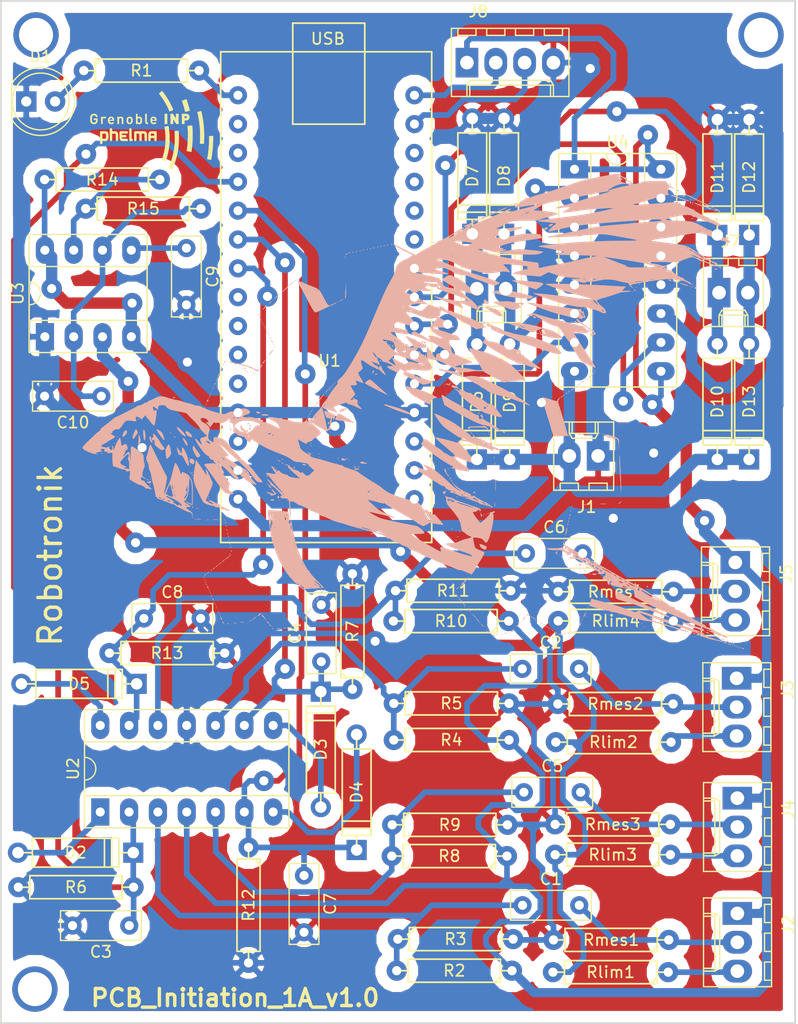
<source format=kicad_pcb>
(kicad_pcb (version 4) (host pcbnew 4.0.7-e1-6374~58~ubuntu16.04.1)
  (layers (0 F.Cu signal) (31 B.Cu signal) (34 B.Paste user) (35 F.Paste user) (36 B.SilkS user) (37 F.SilkS user) (38 B.Mask user) (39 F.Mask user) (44 Edge.Cuts user))
  (net 0 "")
  (net 1 GND)
  (net 2 /R-IR/C3)
  (net 3 /R-IR/C1)
  (net 4 /R-IR/C4)
  (net 5 /R-IR/C2)
  (net 6 "Net-(D1-Pad2)")
  (net 7 "Net-(D2-Pad2)")
  (net 8 "Net-(D3-Pad2)")
  (net 9 "Net-(D4-Pad2)")
  (net 10 "Net-(D5-Pad2)")
  (net 11 "Net-(D6-Pad2)")
  (net 12 VCC)
  (net 13 "Net-(D8-Pad1)")
  (net 14 "Net-(D10-Pad2)")
  (net 15 "Net-(D12-Pad1)")
  (net 16 +5V)
  (net 17 "Net-(J2-Pad3)")
  (net 18 "Net-(J3-Pad3)")
  (net 19 "Net-(J4-Pad3)")
  (net 20 "Net-(J5-Pad3)")
  (net 21 /distance_sensor/Trig)
  (net 22 /distance_sensor/Echo)
  (net 23 "Net-(R1-Pad2)")
  (net 24 /R-IR/Signal-e)
  (net 25 "Net-(U1-Pad2)")
  (net 26 "Net-(U1-Pad3)")
  (net 27 "Net-(U1-Pad8)")
  (net 28 "Net-(U1-Pad9)")
  (net 29 "Net-(U1-Pad10)")
  (net 30 "Net-(U1-Pad11)")
  (net 31 "Net-(U1-Pad13)")
  (net 32 "Net-(U1-Pad28)")
  (net 33 "Net-(U1-Pad27)")
  (net 34 "Net-(U1-Pad26)")
  (net 35 "Net-(U1-Pad25)")
  (net 36 "Net-(U1-Pad24)")
  (net 37 /motor-part/PWM2)
  (net 38 /motor-part/O2)
  (net 39 /motor-part/PWM1)
  (net 40 /motor-part/O1)
  (net 41 "Net-(U1-Pad18)")
  (net 42 "Net-(U1-Pad17)")
  (net 43 "Net-(U1-Pad16)")
  (net 44 "Net-(C1-Pad1)")
  (net 45 "Net-(C1-Pad2)")
  (net 46 "Net-(C2-Pad1)")
  (net 47 "Net-(C2-Pad2)")
  (net 48 "Net-(C5-Pad1)")
  (net 49 "Net-(C5-Pad2)")
  (net 50 "Net-(C6-Pad1)")
  (net 51 "Net-(C6-Pad2)")
  (net 52 "Net-(C9-Pad1)")
  (net 53 "Net-(C10-Pad1)")
  (net 54 "Net-(R14-Pad2)")
  (net 55 "Net-(U5-Pad1)")
  (net 56 "Net-(U6-Pad1)")
  (net 57 "Net-(U7-Pad1)")
  (module Arduino-nano:Trou-3 (layer F.Cu) (at 108.0492 93)
    (fp_text reference U7 (at 0 0.5) (layer F.SilkS))
    (fp_text value trou-3)
    (pad 1 thru_hole circle (at 0.0508 0) (size 4 4) (drill 3) (layers *.Cu *.Mask) (net 57 "Net-(U7-Pad1)"))
  )
  (module Discret:R4-LARGE_PADS (layer F.Cu) (at 113.934484 105.73545)
    (fp_text reference R14 (at 0 0) (layer F.SilkS))
    (fp_text value 60kR)
    (pad 1 thru_hole circle (at -5.08 0) (size 1.778 1.778) (drill 0.8128) (layers *.Cu *.Mask) (net 16 +5V))
    (pad 2 thru_hole circle (at 5.08 0) (size 1.778 1.778) (drill 0.8128) (layers *.Cu *.Mask) (net 54 "Net-(R14-Pad2)"))
  )
  (module Arduino-nano:Arduino-nano (layer F.Cu) (at 124.375 137.685)
    (fp_text reference U1 (at 9.6 -16) (layer F.SilkS))
    (fp_text value Arduino-nano)
    (fp_text user USB (at 9.4488 -44.3484) (layer F.SilkS))
    (pad 1 thru_hole circle (at 1.525 -39.375) (size 1.6 1.6) (drill 0.8) (layers *.Cu *.Mask) (net 23 "Net-(R1-Pad2)"))
    (pad 30 thru_hole circle (at 17.075 -39.375) (size 1.6 1.6) (drill 0.8) (layers *.Cu *.Mask) (net 21 /distance_sensor/Trig))
    (pad 2 thru_hole circle (at 1.525 -36.835) (size 1.6 1.6) (drill 0.8) (layers *.Cu *.Mask) (net 25 "Net-(U1-Pad2)"))
    (pad 3 thru_hole circle (at 1.525 -34.295) (size 1.6 1.6) (drill 0.8) (layers *.Cu *.Mask) (net 26 "Net-(U1-Pad3)"))
    (pad 4 thru_hole circle (at 1.525 -31.755) (size 1.6 1.6) (drill 0.8) (layers *.Cu *.Mask) (net 3 /R-IR/C1))
    (pad 5 thru_hole circle (at 1.525 -29.215) (size 1.6 1.6) (drill 0.8) (layers *.Cu *.Mask) (net 5 /R-IR/C2))
    (pad 6 thru_hole circle (at 1.525 -26.675) (size 1.6 1.6) (drill 0.8) (layers *.Cu *.Mask) (net 2 /R-IR/C3))
    (pad 7 thru_hole circle (at 1.525 -24.135) (size 1.6 1.6) (drill 0.8) (layers *.Cu *.Mask) (net 4 /R-IR/C4))
    (pad 8 thru_hole circle (at 1.525 -21.595) (size 1.6 1.6) (drill 0.8) (layers *.Cu *.Mask) (net 27 "Net-(U1-Pad8)"))
    (pad 9 thru_hole circle (at 1.525 -19.055) (size 1.6 1.6) (drill 0.8) (layers *.Cu *.Mask) (net 28 "Net-(U1-Pad9)"))
    (pad 10 thru_hole circle (at 1.525 -16.515) (size 1.6 1.6) (drill 0.8) (layers *.Cu *.Mask) (net 29 "Net-(U1-Pad10)"))
    (pad 11 thru_hole circle (at 1.525 -13.975) (size 1.6 1.6) (drill 0.8) (layers *.Cu *.Mask) (net 30 "Net-(U1-Pad11)"))
    (pad 12 thru_hole circle (at 1.525 -11.435) (size 1.6 1.6) (drill 0.8) (layers *.Cu *.Mask) (net 16 +5V))
    (pad 13 thru_hole circle (at 1.525 -8.895) (size 1.6 1.6) (drill 0.8) (layers *.Cu *.Mask) (net 31 "Net-(U1-Pad13)"))
    (pad 14 thru_hole circle (at 1.525 -6.355) (size 1.6 1.6) (drill 0.8) (layers *.Cu *.Mask) (net 1 GND))
    (pad 15 thru_hole circle (at 1.525 -3.815) (size 1.6 1.6) (drill 0.8) (layers *.Cu *.Mask) (net 12 VCC))
    (pad 29 thru_hole circle (at 17.075 -36.835) (size 1.6 1.6) (drill 0.8) (layers *.Cu *.Mask) (net 22 /distance_sensor/Echo))
    (pad 28 thru_hole circle (at 17.075 -34.295) (size 1.6 1.6) (drill 0.8) (layers *.Cu *.Mask) (net 32 "Net-(U1-Pad28)"))
    (pad 27 thru_hole circle (at 17.075 -31.755) (size 1.6 1.6) (drill 0.8) (layers *.Cu *.Mask) (net 33 "Net-(U1-Pad27)"))
    (pad 26 thru_hole circle (at 17.075 -29.215) (size 1.6 1.6) (drill 0.8) (layers *.Cu *.Mask) (net 34 "Net-(U1-Pad26)"))
    (pad 25 thru_hole circle (at 17.075 -26.675) (size 1.6 1.6) (drill 0.8) (layers *.Cu *.Mask) (net 35 "Net-(U1-Pad25)"))
    (pad 24 thru_hole circle (at 17.075 -24.135) (size 1.6 1.6) (drill 0.8) (layers *.Cu *.Mask) (net 36 "Net-(U1-Pad24)"))
    (pad 23 thru_hole circle (at 17.075 -21.595) (size 1.6 1.6) (drill 0.8) (layers *.Cu *.Mask) (net 37 /motor-part/PWM2))
    (pad 22 thru_hole circle (at 17.075 -19.055) (size 1.6 1.6) (drill 0.8) (layers *.Cu *.Mask) (net 38 /motor-part/O2))
    (pad 21 thru_hole circle (at 17.075 -16.515) (size 1.6 1.6) (drill 0.8) (layers *.Cu *.Mask) (net 39 /motor-part/PWM1))
    (pad 20 thru_hole circle (at 17.075 -13.975) (size 1.6 1.6) (drill 0.8) (layers *.Cu *.Mask) (net 40 /motor-part/O1))
    (pad 19 thru_hole circle (at 17.075 -11.435) (size 1.6 1.6) (drill 0.8) (layers *.Cu *.Mask) (net 1 GND))
    (pad 18 thru_hole circle (at 17.075 -8.895) (size 1.6 1.6) (drill 0.8) (layers *.Cu *.Mask) (net 41 "Net-(U1-Pad18)"))
    (pad 17 thru_hole circle (at 17.075 -6.355) (size 1.6 1.6) (drill 0.8) (layers *.Cu *.Mask) (net 42 "Net-(U1-Pad17)"))
    (pad 16 thru_hole circle (at 17.075 -3.815) (size 1.6 1.6) (drill 0.8) (layers *.Cu *.Mask) (net 43 "Net-(U1-Pad16)"))
  )
  (module Discret:D4 (layer F.Cu) (at 111.89 150.13)
    (fp_text reference D5 (at 0 0) (layer F.SilkS))
    (fp_text value D)
    (pad 2 thru_hole circle (at -5.08 0) (size 1.778 1.778) (drill 1.016) (layers *.Cu *.Mask) (net 10 "Net-(D5-Pad2)"))
    (pad 1 thru_hole rect (at 5.08 0) (size 1.778 1.778) (drill 1.016) (layers *.Cu *.Mask) (net 4 /R-IR/C4))
  )
  (module Discret:R4-LARGE_PADS (layer F.Cu) (at 111.62 168.03 180)
    (fp_text reference R6 (at 0 0 180) (layer F.SilkS))
    (fp_text value R)
    (pad 1 thru_hole circle (at -5.08 0 180) (size 1.778 1.778) (drill 0.8128) (layers *.Cu *.Mask) (net 3 /R-IR/C1))
    (pad 2 thru_hole circle (at 5.08 0 180) (size 1.778 1.778) (drill 0.8128) (layers *.Cu *.Mask) (net 1 GND))
  )
  (module Discret:D4 (layer F.Cu) (at 111.59 164.99)
    (fp_text reference D2 (at 0 0) (layer F.SilkS))
    (fp_text value D)
    (pad 2 thru_hole circle (at -5.08 0) (size 1.778 1.778) (drill 1.016) (layers *.Cu *.Mask) (net 7 "Net-(D2-Pad2)"))
    (pad 1 thru_hole rect (at 5.08 0) (size 1.778 1.778) (drill 1.016) (layers *.Cu *.Mask) (net 3 /R-IR/C1))
  )
  (module Capacitors_THT:C_Rect_L7.0mm_W2.5mm_P5.00mm (layer F.Cu) (at 117.61 144.37)
    (fp_text reference C8 (at 2.5 -2.31) (layer F.SilkS))
    (fp_text value C)
    (pad 1 thru_hole circle (at 0 0) (size 1.6 1.6) (drill 0.8) (layers *.Cu *.Mask) (net 4 /R-IR/C4))
    (pad 2 thru_hole circle (at 5 0) (size 1.6 1.6) (drill 0.8) (layers *.Cu *.Mask) (net 1 GND))
  )
  (module Discret:R4-LARGE_PADS (layer F.Cu) (at 119.65 147.42)
    (fp_text reference R13 (at 0 0) (layer F.SilkS))
    (fp_text value R)
    (pad 1 thru_hole circle (at -5.08 0) (size 1.778 1.778) (drill 0.8128) (layers *.Cu *.Mask) (net 4 /R-IR/C4))
    (pad 2 thru_hole circle (at 5.08 0) (size 1.778 1.778) (drill 0.8128) (layers *.Cu *.Mask) (net 1 GND))
  )
  (module Capacitors_THT:C_Rect_L7.0mm_W2.5mm_P5.00mm (layer F.Cu) (at 116.32 171.41 180)
    (fp_text reference C3 (at 2.5 -2.31 180) (layer F.SilkS))
    (fp_text value C)
    (pad 1 thru_hole circle (at 0 0 180) (size 1.6 1.6) (drill 0.8) (layers *.Cu *.Mask) (net 3 /R-IR/C1))
    (pad 2 thru_hole circle (at 5 0 180) (size 1.6 1.6) (drill 0.8) (layers *.Cu *.Mask) (net 1 GND))
  )
  (module Capacitors_THT:C_Rect_L7.0mm_W2.5mm_P5.00mm (layer F.Cu) (at 133.24 148.17 90)
    (fp_text reference C4 (at 2.5 -2.31 90) (layer F.SilkS))
    (fp_text value C)
    (pad 1 thru_hole circle (at 0 0 90) (size 1.6 1.6) (drill 0.8) (layers *.Cu *.Mask) (net 2 /R-IR/C3))
    (pad 2 thru_hole circle (at 5 0 90) (size 1.6 1.6) (drill 0.8) (layers *.Cu *.Mask) (net 1 GND))
  )
  (module Discret:D4 (layer F.Cu) (at 133.2 155.9 90)
    (fp_text reference D3 (at 0 0 90) (layer F.SilkS))
    (fp_text value D)
    (pad 2 thru_hole circle (at -5.08 0 90) (size 1.778 1.778) (drill 1.016) (layers *.Cu *.Mask) (net 8 "Net-(D3-Pad2)"))
    (pad 1 thru_hole rect (at 5.08 0 90) (size 1.778 1.778) (drill 1.016) (layers *.Cu *.Mask) (net 2 /R-IR/C3))
  )
  (module Discret:R4-LARGE_PADS (layer F.Cu) (at 126.83 169.61 270)
    (fp_text reference R12 (at 0 0 270) (layer F.SilkS))
    (fp_text value R)
    (pad 1 thru_hole circle (at -5.08 0 270) (size 1.778 1.778) (drill 0.8128) (layers *.Cu *.Mask) (net 5 /R-IR/C2))
    (pad 2 thru_hole circle (at 5.08 0 270) (size 1.778 1.778) (drill 0.8128) (layers *.Cu *.Mask) (net 1 GND))
  )
  (module Capacitors_THT:C_Rect_L7.0mm_W2.5mm_P5.00mm (layer F.Cu) (at 131.72 167 270)
    (fp_text reference C7 (at 2.5 -2.31 270) (layer F.SilkS))
    (fp_text value C)
    (pad 1 thru_hole circle (at 0 0 270) (size 1.6 1.6) (drill 0.8) (layers *.Cu *.Mask) (net 5 /R-IR/C2))
    (pad 2 thru_hole circle (at 5 0 270) (size 1.6 1.6) (drill 0.8) (layers *.Cu *.Mask) (net 1 GND))
  )
  (module Housings_DIP:DIP-14_W7.62mm_Socket_LongPads (layer F.Cu) (at 113.76 161.41 90)
    (fp_text reference U2 (at 3.81 -2.39 90) (layer F.SilkS))
    (fp_text value LM324)
    (pad 1 thru_hole rect (at 0 0 90) (size 2.4 1.6) (drill 0.8) (layers *.Cu *.Mask) (net 7 "Net-(D2-Pad2)"))
    (pad 8 thru_hole oval (at 7.62 15.24 90) (size 2.4 1.6) (drill 0.8) (layers *.Cu *.Mask) (net 8 "Net-(D3-Pad2)"))
    (pad 2 thru_hole oval (at 0 2.54 90) (size 2.4 1.6) (drill 0.8) (layers *.Cu *.Mask) (net 3 /R-IR/C1))
    (pad 9 thru_hole oval (at 7.62 12.7 90) (size 2.4 1.6) (drill 0.8) (layers *.Cu *.Mask) (net 2 /R-IR/C3))
    (pad 3 thru_hole oval (at 0 5.08 90) (size 2.4 1.6) (drill 0.8) (layers *.Cu *.Mask) (net 44 "Net-(C1-Pad1)"))
    (pad 10 thru_hole oval (at 7.62 10.16 90) (size 2.4 1.6) (drill 0.8) (layers *.Cu *.Mask) (net 46 "Net-(C2-Pad1)"))
    (pad 4 thru_hole oval (at 0 7.62 90) (size 2.4 1.6) (drill 0.8) (layers *.Cu *.Mask) (net 16 +5V))
    (pad 11 thru_hole oval (at 7.62 7.62 90) (size 2.4 1.6) (drill 0.8) (layers *.Cu *.Mask) (net 1 GND))
    (pad 5 thru_hole oval (at 0 10.16 90) (size 2.4 1.6) (drill 0.8) (layers *.Cu *.Mask) (net 48 "Net-(C5-Pad1)"))
    (pad 12 thru_hole oval (at 7.62 5.08 90) (size 2.4 1.6) (drill 0.8) (layers *.Cu *.Mask) (net 50 "Net-(C6-Pad1)"))
    (pad 6 thru_hole oval (at 0 12.7 90) (size 2.4 1.6) (drill 0.8) (layers *.Cu *.Mask) (net 5 /R-IR/C2))
    (pad 13 thru_hole oval (at 7.62 2.54 90) (size 2.4 1.6) (drill 0.8) (layers *.Cu *.Mask) (net 4 /R-IR/C4))
    (pad 7 thru_hole oval (at 0 15.24 90) (size 2.4 1.6) (drill 0.8) (layers *.Cu *.Mask) (net 9 "Net-(D4-Pad2)"))
    (pad 14 thru_hole oval (at 7.62 0 90) (size 2.4 1.6) (drill 0.8) (layers *.Cu *.Mask) (net 10 "Net-(D5-Pad2)"))
  )
  (module Connectors_Molex:Molex_KK-6410-03_03x2.54mm_Straight (layer F.Cu) (at 169.91 160.19 270)
    (fp_text reference J4 (at 1 -4.5 270) (layer F.SilkS))
    (fp_text value CONN_C2)
    (pad 1 thru_hole rect (at 0 0 270) (size 2 2.6) (drill 1.2) (layers *.Cu *.Mask) (net 16 +5V))
    (pad 2 thru_hole oval (at 2.54 0 270) (size 2 2.6) (drill 1.2) (layers *.Cu *.Mask) (net 49 "Net-(C5-Pad2)"))
    (pad 3 thru_hole oval (at 5.08 0 270) (size 2 2.6) (drill 1.2) (layers *.Cu *.Mask) (net 19 "Net-(J4-Pad3)"))
  )
  (module Capacitors_THT:C_Rect_L7.0mm_W2.5mm_P5.00mm (layer F.Cu) (at 150.98 169.62)
    (fp_text reference C1 (at 2.5 -2.31) (layer F.SilkS))
    (fp_text value C)
    (pad 1 thru_hole circle (at 0 0) (size 1.6 1.6) (drill 0.8) (layers *.Cu *.Mask) (net 44 "Net-(C1-Pad1)"))
    (pad 2 thru_hole circle (at 5 0) (size 1.6 1.6) (drill 0.8) (layers *.Cu *.Mask) (net 45 "Net-(C1-Pad2)"))
  )
  (module Discret:R4-LARGE_PADS (layer F.Cu) (at 158.93 165.17 180)
    (fp_text reference Rlim3 (at 0 0 180) (layer F.SilkS))
    (fp_text value R)
    (pad 1 thru_hole circle (at -5.08 0 180) (size 1.778 1.778) (drill 0.8128) (layers *.Cu *.Mask) (net 19 "Net-(J4-Pad3)"))
    (pad 2 thru_hole circle (at 5.08 0 180) (size 1.778 1.778) (drill 0.8128) (layers *.Cu *.Mask) (net 24 /R-IR/Signal-e))
  )
  (module Capacitors_THT:C_Rect_L7.0mm_W2.5mm_P5.00mm (layer F.Cu) (at 151.1 159.67)
    (fp_text reference C5 (at 2.5 -2.31) (layer F.SilkS))
    (fp_text value C)
    (pad 1 thru_hole circle (at 0 0) (size 1.6 1.6) (drill 0.8) (layers *.Cu *.Mask) (net 48 "Net-(C5-Pad1)"))
    (pad 2 thru_hole circle (at 5 0) (size 1.6 1.6) (drill 0.8) (layers *.Cu *.Mask) (net 49 "Net-(C5-Pad2)"))
  )
  (module Discret:R4-LARGE_PADS (layer F.Cu) (at 158.74 175.51 180)
    (fp_text reference Rlim1 (at 0 0 180) (layer F.SilkS))
    (fp_text value R)
    (pad 1 thru_hole circle (at -5.08 0 180) (size 1.778 1.778) (drill 0.8128) (layers *.Cu *.Mask) (net 17 "Net-(J2-Pad3)"))
    (pad 2 thru_hole circle (at 5.08 0 180) (size 1.778 1.778) (drill 0.8128) (layers *.Cu *.Mask) (net 24 /R-IR/Signal-e))
  )
  (module Discret:R4-LARGE_PADS (layer F.Cu) (at 158.93 162.5 180)
    (fp_text reference Rmes3 (at 0 0 180) (layer F.SilkS))
    (fp_text value R)
    (pad 1 thru_hole circle (at -5.08 0 180) (size 1.778 1.778) (drill 0.8128) (layers *.Cu *.Mask) (net 49 "Net-(C5-Pad2)"))
    (pad 2 thru_hole circle (at 5.08 0 180) (size 1.778 1.778) (drill 0.8128) (layers *.Cu *.Mask) (net 1 GND))
  )
  (module Discret:R4-LARGE_PADS (layer F.Cu) (at 158.79 172.67 180)
    (fp_text reference Rmes1 (at 0 0 180) (layer F.SilkS))
    (fp_text value R)
    (pad 1 thru_hole circle (at -5.08 0 180) (size 1.778 1.778) (drill 0.8128) (layers *.Cu *.Mask) (net 45 "Net-(C1-Pad2)"))
    (pad 2 thru_hole circle (at 5.08 0 180) (size 1.778 1.778) (drill 0.8128) (layers *.Cu *.Mask) (net 1 GND))
  )
  (module Connectors_Molex:Molex_KK-6410-03_03x2.54mm_Straight (layer F.Cu) (at 169.91 170.34 270)
    (fp_text reference J2 (at 1 -4.5 270) (layer F.SilkS))
    (fp_text value CONN_C1)
    (pad 1 thru_hole rect (at 0 0 270) (size 2 2.6) (drill 1.2) (layers *.Cu *.Mask) (net 16 +5V))
    (pad 2 thru_hole oval (at 2.54 0 270) (size 2 2.6) (drill 1.2) (layers *.Cu *.Mask) (net 45 "Net-(C1-Pad2)"))
    (pad 3 thru_hole oval (at 5.08 0 270) (size 2 2.6) (drill 1.2) (layers *.Cu *.Mask) (net 17 "Net-(J2-Pad3)"))
  )
  (module Connectors_Molex:Molex_KK-6410-03_03x2.54mm_Straight (layer F.Cu) (at 169.73 139.44 270)
    (fp_text reference J5 (at 1 -4.5 270) (layer F.SilkS))
    (fp_text value CONN_C4)
    (pad 1 thru_hole rect (at 0 0 270) (size 2 2.6) (drill 1.2) (layers *.Cu *.Mask) (net 16 +5V))
    (pad 2 thru_hole oval (at 2.54 0 270) (size 2 2.6) (drill 1.2) (layers *.Cu *.Mask) (net 51 "Net-(C6-Pad2)"))
    (pad 3 thru_hole oval (at 5.08 0 270) (size 2 2.6) (drill 1.2) (layers *.Cu *.Mask) (net 20 "Net-(J5-Pad3)"))
  )
  (module Discret:R4-LARGE_PADS (layer F.Cu) (at 159.2 144.59 180)
    (fp_text reference Rlim4 (at 0 0 180) (layer F.SilkS))
    (fp_text value R)
    (pad 1 thru_hole circle (at -5.08 0 180) (size 1.778 1.778) (drill 0.8128) (layers *.Cu *.Mask) (net 20 "Net-(J5-Pad3)"))
    (pad 2 thru_hole circle (at 5.08 0 180) (size 1.778 1.778) (drill 0.8128) (layers *.Cu *.Mask) (net 24 /R-IR/Signal-e))
  )
  (module Discret:R4-LARGE_PADS (layer F.Cu) (at 158.99 155.26 180)
    (fp_text reference Rlim2 (at 0 0 180) (layer F.SilkS))
    (fp_text value R)
    (pad 1 thru_hole circle (at -5.08 0 180) (size 1.778 1.778) (drill 0.8128) (layers *.Cu *.Mask) (net 18 "Net-(J3-Pad3)"))
    (pad 2 thru_hole circle (at 5.08 0 180) (size 1.778 1.778) (drill 0.8128) (layers *.Cu *.Mask) (net 24 /R-IR/Signal-e))
  )
  (module Connectors_Molex:Molex_KK-6410-03_03x2.54mm_Straight (layer F.Cu) (at 169.85 149.64 270)
    (fp_text reference J3 (at 1 -4.5 270) (layer F.SilkS))
    (fp_text value CONN_C3)
    (pad 1 thru_hole rect (at 0 0 270) (size 2 2.6) (drill 1.2) (layers *.Cu *.Mask) (net 16 +5V))
    (pad 2 thru_hole oval (at 2.54 0 270) (size 2 2.6) (drill 1.2) (layers *.Cu *.Mask) (net 47 "Net-(C2-Pad2)"))
    (pad 3 thru_hole oval (at 5.08 0 270) (size 2 2.6) (drill 1.2) (layers *.Cu *.Mask) (net 18 "Net-(J3-Pad3)"))
  )
  (module Discret:R4-LARGE_PADS (layer F.Cu) (at 159.17 151.9 180)
    (fp_text reference Rmes2 (at 0 0 180) (layer F.SilkS))
    (fp_text value R)
    (pad 1 thru_hole circle (at -5.08 0 180) (size 1.778 1.778) (drill 0.8128) (layers *.Cu *.Mask) (net 47 "Net-(C2-Pad2)"))
    (pad 2 thru_hole circle (at 5.08 0 180) (size 1.778 1.778) (drill 0.8128) (layers *.Cu *.Mask) (net 1 GND))
  )
  (module Discret:R4-LARGE_PADS (layer F.Cu) (at 159.2 142.02 180)
    (fp_text reference Rmes4 (at 0 0 180) (layer F.SilkS))
    (fp_text value R)
    (pad 1 thru_hole circle (at -5.08 0 180) (size 1.778 1.778) (drill 0.8128) (layers *.Cu *.Mask) (net 51 "Net-(C6-Pad2)"))
    (pad 2 thru_hole circle (at 5.08 0 180) (size 1.778 1.778) (drill 0.8128) (layers *.Cu *.Mask) (net 1 GND))
  )
  (module Discret:D4 (layer F.Cu) (at 136.36 159.67 270)
    (fp_text reference D4 (at 0 0 270) (layer F.SilkS))
    (fp_text value D)
    (pad 2 thru_hole circle (at -5.08 0 270) (size 1.778 1.778) (drill 1.016) (layers *.Cu *.Mask) (net 9 "Net-(D4-Pad2)"))
    (pad 1 thru_hole rect (at 5.08 0 270) (size 1.778 1.778) (drill 1.016) (layers *.Cu *.Mask) (net 5 /R-IR/C2))
  )
  (module Discret:R4-LARGE_PADS (layer F.Cu) (at 145.07 172.6)
    (fp_text reference R3 (at 0 0) (layer F.SilkS))
    (fp_text value R)
    (pad 1 thru_hole circle (at -5.08 0) (size 1.778 1.778) (drill 0.8128) (layers *.Cu *.Mask) (net 44 "Net-(C1-Pad1)"))
    (pad 2 thru_hole circle (at 5.08 0) (size 1.778 1.778) (drill 0.8128) (layers *.Cu *.Mask) (net 1 GND))
  )
  (module Discret:R4-LARGE_PADS (layer F.Cu) (at 144.57 162.54)
    (fp_text reference R9 (at 0 0) (layer F.SilkS))
    (fp_text value R)
    (pad 1 thru_hole circle (at -5.08 0) (size 1.778 1.778) (drill 0.8128) (layers *.Cu *.Mask) (net 48 "Net-(C5-Pad1)"))
    (pad 2 thru_hole circle (at 5.08 0) (size 1.778 1.778) (drill 0.8128) (layers *.Cu *.Mask) (net 1 GND))
  )
  (module Discret:R4-LARGE_PADS (layer F.Cu) (at 144.71 155.07 180)
    (fp_text reference R4 (at 0 0 180) (layer F.SilkS))
    (fp_text value R)
    (pad 1 thru_hole circle (at -5.08 0 180) (size 1.778 1.778) (drill 0.8128) (layers *.Cu *.Mask) (net 16 +5V))
    (pad 2 thru_hole circle (at 5.08 0 180) (size 1.778 1.778) (drill 0.8128) (layers *.Cu *.Mask) (net 46 "Net-(C2-Pad1)"))
  )
  (module Discret:R4-LARGE_PADS (layer F.Cu) (at 144.97 175.38 180)
    (fp_text reference R2 (at 0 0 180) (layer F.SilkS))
    (fp_text value R)
    (pad 1 thru_hole circle (at -5.08 0 180) (size 1.778 1.778) (drill 0.8128) (layers *.Cu *.Mask) (net 16 +5V))
    (pad 2 thru_hole circle (at 5.08 0 180) (size 1.778 1.778) (drill 0.8128) (layers *.Cu *.Mask) (net 44 "Net-(C1-Pad1)"))
  )
  (module Discret:R4-LARGE_PADS (layer F.Cu) (at 144.53 165.29 180)
    (fp_text reference R8 (at 0 0 180) (layer F.SilkS))
    (fp_text value R)
    (pad 1 thru_hole circle (at -5.08 0 180) (size 1.778 1.778) (drill 0.8128) (layers *.Cu *.Mask) (net 16 +5V))
    (pad 2 thru_hole circle (at 5.08 0 180) (size 1.778 1.778) (drill 0.8128) (layers *.Cu *.Mask) (net 48 "Net-(C5-Pad1)"))
  )
  (module Capacitors_THT:C_Rect_L7.0mm_W2.5mm_P5.00mm (layer F.Cu) (at 151.28 138.64)
    (fp_text reference C6 (at 2.5 -2.31) (layer F.SilkS))
    (fp_text value C)
    (pad 1 thru_hole circle (at 0 0) (size 1.6 1.6) (drill 0.8) (layers *.Cu *.Mask) (net 50 "Net-(C6-Pad1)"))
    (pad 2 thru_hole circle (at 5 0) (size 1.6 1.6) (drill 0.8) (layers *.Cu *.Mask) (net 51 "Net-(C6-Pad2)"))
  )
  (module Discret:R4-LARGE_PADS (layer F.Cu) (at 144.86 141.93)
    (fp_text reference R11 (at 0 0) (layer F.SilkS))
    (fp_text value R)
    (pad 1 thru_hole circle (at -5.08 0) (size 1.778 1.778) (drill 0.8128) (layers *.Cu *.Mask) (net 50 "Net-(C6-Pad1)"))
    (pad 2 thru_hole circle (at 5.08 0) (size 1.778 1.778) (drill 0.8128) (layers *.Cu *.Mask) (net 1 GND))
  )
  (module Capacitors_THT:C_Rect_L7.0mm_W2.5mm_P5.00mm (layer F.Cu) (at 150.96 148.81)
    (fp_text reference C2 (at 2.5 -2.31) (layer F.SilkS))
    (fp_text value C)
    (pad 1 thru_hole circle (at 0 0) (size 1.6 1.6) (drill 0.8) (layers *.Cu *.Mask) (net 46 "Net-(C2-Pad1)"))
    (pad 2 thru_hole circle (at 5 0) (size 1.6 1.6) (drill 0.8) (layers *.Cu *.Mask) (net 47 "Net-(C2-Pad2)"))
  )
  (module Discret:R4-LARGE_PADS (layer F.Cu) (at 144.71 151.85)
    (fp_text reference R5 (at 0 0) (layer F.SilkS))
    (fp_text value R)
    (pad 1 thru_hole circle (at -5.08 0) (size 1.778 1.778) (drill 0.8128) (layers *.Cu *.Mask) (net 46 "Net-(C2-Pad1)"))
    (pad 2 thru_hole circle (at 5.08 0) (size 1.778 1.778) (drill 0.8128) (layers *.Cu *.Mask) (net 1 GND))
  )
  (module Discret:R4-LARGE_PADS (layer F.Cu) (at 144.68 144.6 180)
    (fp_text reference R10 (at 0 0 180) (layer F.SilkS))
    (fp_text value R)
    (pad 1 thru_hole circle (at -5.08 0 180) (size 1.778 1.778) (drill 0.8128) (layers *.Cu *.Mask) (net 16 +5V))
    (pad 2 thru_hole circle (at 5.08 0 180) (size 1.778 1.778) (drill 0.8128) (layers *.Cu *.Mask) (net 50 "Net-(C6-Pad1)"))
  )
  (module Discret:R4-LARGE_PADS (layer F.Cu) (at 135.99 145.52 90)
    (fp_text reference R7 (at 0 0 90) (layer F.SilkS))
    (fp_text value R)
    (pad 1 thru_hole circle (at -5.08 0 90) (size 1.778 1.778) (drill 0.8128) (layers *.Cu *.Mask) (net 2 /R-IR/C3))
    (pad 2 thru_hole circle (at 5.08 0 90) (size 1.778 1.778) (drill 0.8128) (layers *.Cu *.Mask) (net 1 GND))
  )
  (module Capacitors_THT:C_Rect_L7.0mm_W2.5mm_P5.00mm (layer F.Cu) (at 121.354484 111.76545 270)
    (fp_text reference C9 (at 2.5 -2.31 270) (layer F.SilkS))
    (fp_text value 10nC)
    (pad 1 thru_hole circle (at 0 0 270) (size 1.6 1.6) (drill 0.8) (layers *.Cu *.Mask) (net 52 "Net-(C9-Pad1)"))
    (pad 2 thru_hole circle (at 5 0 270) (size 1.6 1.6) (drill 0.8) (layers *.Cu *.Mask) (net 1 GND))
  )
  (module Capacitors_THT:C_Rect_L7.0mm_W2.5mm_P5.00mm (layer F.Cu) (at 113.854484 124.80545 180)
    (fp_text reference C10 (at 2.5 -2.31 180) (layer F.SilkS))
    (fp_text value 4,8nC)
    (pad 1 thru_hole circle (at 0 0 180) (size 1.6 1.6) (drill 0.8) (layers *.Cu *.Mask) (net 53 "Net-(C10-Pad1)"))
    (pad 2 thru_hole circle (at 5 0 180) (size 1.6 1.6) (drill 0.8) (layers *.Cu *.Mask) (net 1 GND))
  )
  (module LEDs:LED_D5.0mm (layer F.Cu) (at 107.24 98.86)
    (fp_text reference D1 (at 1.27 -3.96) (layer F.SilkS))
    (fp_text value LED)
    (pad 1 thru_hole rect (at 0 0) (size 1.8 1.8) (drill 0.9) (layers *.Cu *.Mask) (net 1 GND))
    (pad 2 thru_hole circle (at 2.54 0) (size 1.8 1.8) (drill 0.9) (layers *.Cu *.Mask) (net 6 "Net-(D1-Pad2)"))
  )
  (module Discret:D4 (layer F.Cu) (at 146.95 125.29 270)
    (fp_text reference D6 (at 0 0 270) (layer F.SilkS))
    (fp_text value D_ALT)
    (pad 2 thru_hole circle (at -5.08 0 270) (size 1.778 1.778) (drill 1.016) (layers *.Cu *.Mask) (net 11 "Net-(D6-Pad2)"))
    (pad 1 thru_hole rect (at 5.08 0 270) (size 1.778 1.778) (drill 1.016) (layers *.Cu *.Mask) (net 12 VCC))
  )
  (module Discret:D4 (layer F.Cu) (at 146.55 105.43 270)
    (fp_text reference D7 (at 0 0 270) (layer F.SilkS))
    (fp_text value D_ALT)
    (pad 2 thru_hole circle (at -5.08 0 270) (size 1.778 1.778) (drill 1.016) (layers *.Cu *.Mask) (net 1 GND))
    (pad 1 thru_hole rect (at 5.08 0 270) (size 1.778 1.778) (drill 1.016) (layers *.Cu *.Mask) (net 11 "Net-(D6-Pad2)"))
  )
  (module Discret:D4 (layer F.Cu) (at 149.35 105.43 270)
    (fp_text reference D8 (at 0 0 270) (layer F.SilkS))
    (fp_text value D_ALT)
    (pad 2 thru_hole circle (at -5.08 0 270) (size 1.778 1.778) (drill 1.016) (layers *.Cu *.Mask) (net 1 GND))
    (pad 1 thru_hole rect (at 5.08 0 270) (size 1.778 1.778) (drill 1.016) (layers *.Cu *.Mask) (net 13 "Net-(D8-Pad1)"))
  )
  (module Discret:D4 (layer F.Cu) (at 149.85 125.29 270)
    (fp_text reference D9 (at 0 0 270) (layer F.SilkS))
    (fp_text value D_ALT)
    (pad 2 thru_hole circle (at -5.08 0 270) (size 1.778 1.778) (drill 1.016) (layers *.Cu *.Mask) (net 13 "Net-(D8-Pad1)"))
    (pad 1 thru_hole rect (at 5.08 0 270) (size 1.778 1.778) (drill 1.016) (layers *.Cu *.Mask) (net 12 VCC))
  )
  (module Discret:D4 (layer F.Cu) (at 168.15 125.29 270)
    (fp_text reference D10 (at 0 0 270) (layer F.SilkS))
    (fp_text value D_ALT)
    (pad 2 thru_hole circle (at -5.08 0 270) (size 1.778 1.778) (drill 1.016) (layers *.Cu *.Mask) (net 14 "Net-(D10-Pad2)"))
    (pad 1 thru_hole rect (at 5.08 0 270) (size 1.778 1.778) (drill 1.016) (layers *.Cu *.Mask) (net 12 VCC))
  )
  (module Discret:D4 (layer F.Cu) (at 168.15 105.53 270)
    (fp_text reference D11 (at 0 0 270) (layer F.SilkS))
    (fp_text value D_ALT)
    (pad 2 thru_hole circle (at -5.08 0 270) (size 1.778 1.778) (drill 1.016) (layers *.Cu *.Mask) (net 1 GND))
    (pad 1 thru_hole rect (at 5.08 0 270) (size 1.778 1.778) (drill 1.016) (layers *.Cu *.Mask) (net 14 "Net-(D10-Pad2)"))
  )
  (module Discret:D4 (layer F.Cu) (at 170.95 105.53 270)
    (fp_text reference D12 (at 0 0 270) (layer F.SilkS))
    (fp_text value D_ALT)
    (pad 2 thru_hole circle (at -5.08 0 270) (size 1.778 1.778) (drill 1.016) (layers *.Cu *.Mask) (net 1 GND))
    (pad 1 thru_hole rect (at 5.08 0 270) (size 1.778 1.778) (drill 1.016) (layers *.Cu *.Mask) (net 15 "Net-(D12-Pad1)"))
  )
  (module Discret:D4 (layer F.Cu) (at 170.95 125.29 270)
    (fp_text reference D13 (at 0 0 270) (layer F.SilkS))
    (fp_text value D_ALT)
    (pad 2 thru_hole circle (at -5.08 0 270) (size 1.778 1.778) (drill 1.016) (layers *.Cu *.Mask) (net 15 "Net-(D12-Pad1)"))
    (pad 1 thru_hole rect (at 5.08 0 270) (size 1.778 1.778) (drill 1.016) (layers *.Cu *.Mask) (net 12 VCC))
  )
  (module Connectors_Molex:Molex_KK-6410-02_02x2.54mm_Straight (layer F.Cu) (at 157.64 130.06 180)
    (fp_text reference J1 (at 1 -4.5 180) (layer F.SilkS))
    (fp_text value CONN_Batt)
    (pad 1 thru_hole rect (at 0 0 180) (size 2 2.6) (drill 1.2) (layers *.Cu *.Mask) (net 1 GND))
    (pad 2 thru_hole oval (at 2.54 0 180) (size 2 2.6) (drill 1.2) (layers *.Cu *.Mask) (net 12 VCC))
  )
  (module Connectors_Molex:Molex_KK-6410-02_02x2.54mm_Straight (layer F.Cu) (at 146.96 115.34)
    (fp_text reference J6 (at 1 -4.5) (layer F.SilkS))
    (fp_text value CONN_M1)
    (pad 1 thru_hole rect (at 0 0) (size 2 2.6) (drill 1.2) (layers *.Cu *.Mask) (net 11 "Net-(D6-Pad2)"))
    (pad 2 thru_hole oval (at 2.54 0) (size 2 2.6) (drill 1.2) (layers *.Cu *.Mask) (net 13 "Net-(D8-Pad1)"))
  )
  (module Connectors_Molex:Molex_KK-6410-02_02x2.54mm_Straight (layer F.Cu) (at 168.3 115.69)
    (fp_text reference J7 (at 1 -4.5) (layer F.SilkS))
    (fp_text value CONN_M2)
    (pad 1 thru_hole rect (at 0 0) (size 2 2.6) (drill 1.2) (layers *.Cu *.Mask) (net 14 "Net-(D10-Pad2)"))
    (pad 2 thru_hole oval (at 2.54 0) (size 2 2.6) (drill 1.2) (layers *.Cu *.Mask) (net 15 "Net-(D12-Pad1)"))
  )
  (module Connectors_Molex:Molex_KK-6410-04_04x2.54mm_Straight (layer F.Cu) (at 146.08 95.44)
    (fp_text reference J8 (at 1 -4.5) (layer F.SilkS))
    (fp_text value CONN_distance)
    (pad 1 thru_hole rect (at 0 0) (size 2 2.6) (drill 1.2) (layers *.Cu *.Mask) (net 16 +5V))
    (pad 2 thru_hole oval (at 2.54 0) (size 2 2.6) (drill 1.2) (layers *.Cu *.Mask) (net 21 /distance_sensor/Trig))
    (pad 3 thru_hole oval (at 5.08 0) (size 2 2.6) (drill 1.2) (layers *.Cu *.Mask) (net 22 /distance_sensor/Echo))
    (pad 4 thru_hole oval (at 7.62 0) (size 2 2.6) (drill 1.2) (layers *.Cu *.Mask) (net 1 GND))
  )
  (module Discret:R4-LARGE_PADS (layer F.Cu) (at 117.39 96.14)
    (fp_text reference R1 (at 0 0) (layer F.SilkS))
    (fp_text value R)
    (pad 1 thru_hole circle (at -5.08 0) (size 1.778 1.778) (drill 0.8128) (layers *.Cu *.Mask) (net 6 "Net-(D1-Pad2)"))
    (pad 2 thru_hole circle (at 5.08 0) (size 1.778 1.778) (drill 0.8128) (layers *.Cu *.Mask) (net 23 "Net-(R1-Pad2)"))
  )
  (module Discret:R4-LARGE_PADS (layer F.Cu) (at 117.554484 108.29545)
    (fp_text reference R15 (at 0 0) (layer F.SilkS))
    (fp_text value 120kR)
    (pad 1 thru_hole circle (at -5.08 0) (size 1.778 1.778) (drill 0.8128) (layers *.Cu *.Mask) (net 54 "Net-(R14-Pad2)"))
    (pad 2 thru_hole circle (at 5.08 0) (size 1.778 1.778) (drill 0.8128) (layers *.Cu *.Mask) (net 53 "Net-(C10-Pad1)"))
  )
  (module Housings_DIP:DIP-8_W7.62mm_Socket_LongPads (layer F.Cu) (at 108.879484 119.570449 90)
    (fp_text reference U3 (at 3.81 -2.39 90) (layer F.SilkS))
    (fp_text value NE555)
    (pad 1 thru_hole rect (at 0 0 90) (size 2.4 1.6) (drill 0.8) (layers *.Cu *.Mask) (net 1 GND))
    (pad 5 thru_hole oval (at 7.62 7.62 90) (size 2.4 1.6) (drill 0.8) (layers *.Cu *.Mask) (net 52 "Net-(C9-Pad1)"))
    (pad 2 thru_hole oval (at 0 2.54 90) (size 2.4 1.6) (drill 0.8) (layers *.Cu *.Mask) (net 53 "Net-(C10-Pad1)"))
    (pad 6 thru_hole oval (at 7.62 5.08 90) (size 2.4 1.6) (drill 0.8) (layers *.Cu *.Mask) (net 53 "Net-(C10-Pad1)"))
    (pad 3 thru_hole oval (at 0 5.08 90) (size 2.4 1.6) (drill 0.8) (layers *.Cu *.Mask) (net 24 /R-IR/Signal-e))
    (pad 7 thru_hole oval (at 7.62 2.54 90) (size 2.4 1.6) (drill 0.8) (layers *.Cu *.Mask) (net 54 "Net-(R14-Pad2)"))
    (pad 4 thru_hole oval (at 0 7.62 90) (size 2.4 1.6) (drill 0.8) (layers *.Cu *.Mask) (net 16 +5V))
    (pad 8 thru_hole oval (at 7.62 0 90) (size 2.4 1.6) (drill 0.8) (layers *.Cu *.Mask) (net 16 +5V))
  )
  (module Housings_DIP:DIP-16_W7.62mm_Socket_LongPads (layer F.Cu) (at 155.56 104.83)
    (fp_text reference U4 (at 3.81 -2.39) (layer F.SilkS))
    (fp_text value L293)
    (pad 1 thru_hole rect (at 0 0) (size 2.4 1.6) (drill 0.8) (layers *.Cu *.Mask) (net 16 +5V))
    (pad 9 thru_hole oval (at 7.62 17.78) (size 2.4 1.6) (drill 0.8) (layers *.Cu *.Mask) (net 16 +5V))
    (pad 2 thru_hole oval (at 0 2.54) (size 2.4 1.6) (drill 0.8) (layers *.Cu *.Mask) (net 39 /motor-part/PWM1))
    (pad 10 thru_hole oval (at 7.62 15.24) (size 2.4 1.6) (drill 0.8) (layers *.Cu *.Mask) (net 38 /motor-part/O2))
    (pad 3 thru_hole oval (at 0 5.08) (size 2.4 1.6) (drill 0.8) (layers *.Cu *.Mask) (net 11 "Net-(D6-Pad2)"))
    (pad 11 thru_hole oval (at 7.62 12.7) (size 2.4 1.6) (drill 0.8) (layers *.Cu *.Mask) (net 15 "Net-(D12-Pad1)"))
    (pad 4 thru_hole oval (at 0 7.62) (size 2.4 1.6) (drill 0.8) (layers *.Cu *.Mask) (net 1 GND))
    (pad 12 thru_hole oval (at 7.62 10.16) (size 2.4 1.6) (drill 0.8) (layers *.Cu *.Mask) (net 1 GND))
    (pad 5 thru_hole oval (at 0 10.16) (size 2.4 1.6) (drill 0.8) (layers *.Cu *.Mask) (net 1 GND))
    (pad 13 thru_hole oval (at 7.62 7.62) (size 2.4 1.6) (drill 0.8) (layers *.Cu *.Mask) (net 1 GND))
    (pad 6 thru_hole oval (at 0 12.7) (size 2.4 1.6) (drill 0.8) (layers *.Cu *.Mask) (net 13 "Net-(D8-Pad1)"))
    (pad 14 thru_hole oval (at 7.62 5.08) (size 2.4 1.6) (drill 0.8) (layers *.Cu *.Mask) (net 14 "Net-(D10-Pad2)"))
    (pad 7 thru_hole oval (at 0 15.24) (size 2.4 1.6) (drill 0.8) (layers *.Cu *.Mask) (net 40 /motor-part/O1))
    (pad 15 thru_hole oval (at 7.62 2.54) (size 2.4 1.6) (drill 0.8) (layers *.Cu *.Mask) (net 37 /motor-part/PWM2))
    (pad 8 thru_hole oval (at 0 17.78) (size 2.4 1.6) (drill 0.8) (layers *.Cu *.Mask) (net 12 VCC))
    (pad 16 thru_hole oval (at 7.62 0) (size 2.4 1.6) (drill 0.8) (layers *.Cu *.Mask) (net 16 +5V))
  )
  (module Arduino-nano:Trou-3 (layer F.Cu) (at 107.9492 177)
    (fp_text reference U5 (at 0 0.5) (layer F.SilkS))
    (fp_text value trou-3)
    (pad 1 thru_hole circle (at 0.0508 0) (size 4 4) (drill 3) (layers *.Cu *.Mask) (net 55 "Net-(U5-Pad1)"))
  )
  (module Arduino-nano:Trou-3 (layer F.Cu) (at 171.9492 93)
    (fp_text reference U6 (at 0 0.5) (layer F.SilkS))
    (fp_text value trou-3)
    (pad 1 thru_hole circle (at 0.0508 0) (size 4 4) (drill 3) (layers *.Cu *.Mask) (net 56 "Net-(U6-Pad1)"))
  )
  (module logo:phelma-logo-exp2 (layer B.Cu) (at 141.34 126.07 180)
    (fp_text reference G*** hide)
    (fp_text value LOGO hide)
  )
  (module logo:phelma-logo (layer F.Cu) (at 118.3 101.36)
    (fp_text reference G*** hide)
    (fp_text value LOGO hide)
  )
  (gr_text PCB_Initiation_1A_v1.0 (at 125.65 177.77) (layer F.SilkS) (effects (font (size 1.5 1.5) (thickness 0.3))))
  (gr_text "Robotronik\n" (at 109.35 138.81 90) (layer F.SilkS) (effects (font (size 2 2) (thickness 0.3))))
  (gr_line (start 175 180) (end 175 90) (layer Edge.Cuts) (width 0.15))
  (gr_line (start 105 180) (end 175 180) (layer Edge.Cuts) (width 0.15))
  (gr_line (start 105 90) (end 105 180) (layer Edge.Cuts) (width 0.15))
  (gr_line (start 105 90) (end 175 90) (layer Edge.Cuts) (width 0.15))
  (segment (start 149.79 151.85) (end 151.99 154.05) (width 0.5) (layer B.Cu) (net 1))
  (segment (start 151.99 155.6984) (end 153.58822 157.29662) (width 0.5) (layer B.Cu) (net 1))
  (segment (start 151.99 154.05) (end 151.99 155.6984) (width 0.5) (layer B.Cu) (net 1))
  (segment (start 153.58822 157.29662) (end 153.67 157.29662) (width 0.5) (layer B.Cu) (net 1))
  (segment (start 153.67 157.29662) (end 153.67 160.8582) (width 0.5) (layer B.Cu) (net 1))
  (segment (start 115.379034 131.33) (end 116.6368 131.33) (width 1) (layer B.Cu) (net 1))
  (segment (start 116.6368 131.33) (end 117.4496 131.33) (width 1) (layer B.Cu) (net 1))
  (segment (start 117.4496 130.603192) (end 117.363608 130.603192) (width 0.5) (layer B.Cu) (net 1))
  (segment (start 117.363608 130.603192) (end 116.6368 131.33) (width 0.5) (layer B.Cu) (net 1))
  (segment (start 117.4496 131.33) (end 118.2878 131.33) (width 1) (layer B.Cu) (net 1))
  (segment (start 118.2878 131.33) (end 119.46 131.33) (width 1) (layer B.Cu) (net 1))
  (segment (start 117.4496 130.603192) (end 117.560992 130.603192) (width 0.5) (layer B.Cu) (net 1))
  (segment (start 117.560992 130.603192) (end 118.2878 131.33) (width 0.5) (layer B.Cu) (net 1))
  (segment (start 117.45 130.302) (end 117.45 130.602792) (width 0.5) (layer B.Cu) (net 1))
  (segment (start 117.45 129.33) (end 117.45 130.302) (width 0.5) (layer B.Cu) (net 1))
  (segment (start 117.45 130.602792) (end 117.4496 130.603192) (width 0.5) (layer B.Cu) (net 1))
  (segment (start 117.4496 130.603192) (end 117.4496 131.33) (width 0.5) (layer B.Cu) (net 1))
  (segment (start 171.015 128.07) (end 173.482 125.603) (width 1) (layer B.Cu) (net 1))
  (segment (start 173.482 125.603) (end 173.482 123.2004) (width 1) (layer B.Cu) (net 1))
  (segment (start 168.98 128.07) (end 171.015 128.07) (width 1) (layer B.Cu) (net 1))
  (segment (start 173.482 101.724765) (end 173.482 103.4288) (width 1) (layer B.Cu) (net 1))
  (segment (start 173.482 103.4288) (end 173.5836 103.5304) (width 0.5) (layer B.Cu) (net 1))
  (segment (start 173.5836 123.2004) (end 173.5836 123.4664) (width 0.5) (layer B.Cu) (net 1))
  (segment (start 170.95 100.45) (end 172.207235 100.45) (width 1) (layer B.Cu) (net 1))
  (segment (start 172.207235 100.45) (end 173.482 101.724765) (width 1) (layer B.Cu) (net 1))
  (segment (start 122.61 144.37) (end 122.61 145.3) (width 0.5) (layer B.Cu) (net 1))
  (segment (start 122.61 145.3) (end 124.73 147.42) (width 0.5) (layer B.Cu) (net 1))
  (segment (start 121.412 152.058) (end 121.412 150.738) (width 0.5) (layer B.Cu) (net 1))
  (segment (start 121.412 150.738) (end 124.73 147.42) (width 0.5) (layer B.Cu) (net 1))
  (segment (start 121.38 153.79) (end 121.38 152.09) (width 0.5) (layer B.Cu) (net 1))
  (segment (start 121.38 152.09) (end 121.412 152.058) (width 0.5) (layer B.Cu) (net 1))
  (segment (start 153.85 162.5) (end 152.4762 162.5) (width 0.5) (layer B.Cu) (net 1))
  (segment (start 152.4762 162.5) (end 151.892 162.5) (width 0.5) (layer B.Cu) (net 1))
  (segment (start 151.91 163.0426) (end 151.9336 163.0426) (width 0.5) (layer B.Cu) (net 1))
  (segment (start 151.9336 163.0426) (end 152.4762 162.5) (width 0.5) (layer B.Cu) (net 1))
  (segment (start 151.91 165.553566) (end 151.91 163.0426) (width 0.5) (layer B.Cu) (net 1))
  (segment (start 151.91 163.0426) (end 151.91 162.518) (width 0.5) (layer B.Cu) (net 1))
  (segment (start 151.34 162.5) (end 151.3674 162.5) (width 0.5) (layer B.Cu) (net 1))
  (segment (start 151.3674 162.5) (end 151.91 163.0426) (width 0.5) (layer B.Cu) (net 1))
  (segment (start 151.892 162.5) (end 151.34 162.5) (width 0.5) (layer B.Cu) (net 1))
  (segment (start 153.71 172.67) (end 153.71 171.412765) (width 0.5) (layer B.Cu) (net 1))
  (segment (start 153.71 171.412765) (end 153.4 171.102765) (width 0.5) (layer B.Cu) (net 1))
  (segment (start 153.4 171.102765) (end 153.4 167.9) (width 0.5) (layer B.Cu) (net 1))
  (segment (start 153.4 167.9) (end 152.73 167.23) (width 0.5) (layer B.Cu) (net 1))
  (segment (start 152.73 167.23) (end 152.73 166.373566) (width 0.5) (layer B.Cu) (net 1))
  (segment (start 152.73 166.373566) (end 151.91 165.553566) (width 0.5) (layer B.Cu) (net 1))
  (segment (start 151.91 162.518) (end 151.892 162.5) (width 0.5) (layer B.Cu) (net 1))
  (segment (start 152.11 141.93) (end 152.11 141.2346) (width 1) (layer B.Cu) (net 1))
  (segment (start 152.11 141.2346) (end 153.51 139.8346) (width 1) (layer B.Cu) (net 1))
  (segment (start 153.51 137.46) (end 153.51 139.8346) (width 1) (layer B.Cu) (net 1))
  (segment (start 151.58 141.93) (end 151.58 142.0042) (width 0.5) (layer B.Cu) (net 1))
  (segment (start 151.58 142.0042) (end 151.9936 142.4178) (width 0.5) (layer B.Cu) (net 1))
  (segment (start 152.4762 141.93) (end 154.03 141.93) (width 0.5) (layer B.Cu) (net 1))
  (segment (start 152.11 141.93) (end 152.4762 141.93) (width 0.5) (layer B.Cu) (net 1))
  (segment (start 151.9936 144.907) (end 151.9936 142.4178) (width 0.5) (layer B.Cu) (net 1))
  (segment (start 151.9936 142.4178) (end 151.9936 142.0464) (width 0.5) (layer B.Cu) (net 1))
  (segment (start 152.4762 141.93) (end 152.4762 141.9352) (width 0.5) (layer B.Cu) (net 1))
  (segment (start 152.4762 141.9352) (end 151.9936 142.4178) (width 0.5) (layer B.Cu) (net 1))
  (segment (start 154.09 151.9) (end 154.09 150.642765) (width 0.5) (layer B.Cu) (net 1))
  (segment (start 154.09 150.642765) (end 153.3906 149.943365) (width 0.5) (layer B.Cu) (net 1))
  (segment (start 153.3906 149.943365) (end 153.3906 146.9136) (width 0.5) (layer B.Cu) (net 1))
  (segment (start 153.3906 146.9136) (end 152.8064 146.3294) (width 0.5) (layer B.Cu) (net 1))
  (segment (start 152.8064 146.3294) (end 152.8064 145.7198) (width 0.5) (layer B.Cu) (net 1))
  (segment (start 152.8064 145.7198) (end 151.9936 144.907) (width 0.5) (layer B.Cu) (net 1))
  (segment (start 151.9936 142.0464) (end 152.11 141.93) (width 0.5) (layer B.Cu) (net 1))
  (segment (start 137.99 146.38) (end 136.717208 146.38) (width 0.5) (layer B.Cu) (net 1))
  (segment (start 136.717208 146.38) (end 136.2964 145.959192) (width 0.5) (layer B.Cu) (net 1))
  (segment (start 136.2964 145.959192) (end 135.494392 145.959192) (width 0.5) (layer B.Cu) (net 1))
  (segment (start 135.494392 145.959192) (end 135.22681 145.69161) (width 0.5) (layer B.Cu) (net 1))
  (segment (start 135.22681 145.69161) (end 126.45839 145.69161) (width 0.5) (layer B.Cu) (net 1))
  (segment (start 126.45839 145.69161) (end 124.73 147.42) (width 0.5) (layer B.Cu) (net 1))
  (segment (start 153.85 161.19618) (end 153.85 162.5) (width 0.5) (layer B.Cu) (net 1))
  (segment (start 149.94 141.93) (end 151.197235 141.93) (width 0.5) (layer B.Cu) (net 1))
  (segment (start 131.72 172) (end 129.03 174.69) (width 0.5) (layer B.Cu) (net 1))
  (segment (start 129.03 174.69) (end 126.83 174.69) (width 0.5) (layer B.Cu) (net 1))
  (segment (start 137.65 170.54) (end 148.09 170.54) (width 0.5) (layer F.Cu) (net 1))
  (segment (start 148.09 170.54) (end 150.15 172.6) (width 0.5) (layer F.Cu) (net 1))
  (segment (start 133.5 174.69) (end 137.65 170.54) (width 0.5) (layer F.Cu) (net 1))
  (segment (start 126.83 174.69) (end 133.5 174.69) (width 0.5) (layer F.Cu) (net 1))
  (segment (start 139.38 147.77) (end 141.88 147.77) (width 0.5) (layer B.Cu) (net 1))
  (segment (start 137.99 146.38) (end 138.889999 147.279999) (width 0.5) (layer B.Cu) (net 1))
  (segment (start 138.889999 147.279999) (end 139.38 147.77) (width 0.5) (layer B.Cu) (net 1))
  (segment (start 135.99 140.44) (end 135.99 144.38) (width 0.5) (layer F.Cu) (net 1))
  (segment (start 135.99 144.38) (end 137.99 146.38) (width 0.5) (layer F.Cu) (net 1))
  (via (at 137.99 146.38) (size 1.8) (drill 0.8) (layers F.Cu B.Cu) (net 1))
  (segment (start 134.07 131.33) (end 139.15 126.25) (width 1) (layer B.Cu) (net 1))
  (segment (start 139.15 126.25) (end 141.45 126.25) (width 1) (layer B.Cu) (net 1))
  (segment (start 125.9 131.33) (end 134.07 131.33) (width 1) (layer B.Cu) (net 1))
  (segment (start 119.46 131.33) (end 125.9 131.33) (width 1) (layer B.Cu) (net 1))
  (segment (start 121.44 121.8) (end 117.45 125.79) (width 0.5) (layer F.Cu) (net 1))
  (segment (start 117.45 125.79) (end 117.45 129.33) (width 0.5) (layer F.Cu) (net 1))
  (via (at 117.45 129.33) (size 1.8) (drill 0.8) (layers F.Cu B.Cu) (net 1))
  (segment (start 121.354484 116.76545) (end 121.354484 121.714484) (width 0.5) (layer B.Cu) (net 1))
  (segment (start 121.354484 121.714484) (end 121.44 121.8) (width 0.5) (layer B.Cu) (net 1))
  (via (at 121.44 121.8) (size 1.8) (drill 0.8) (layers F.Cu B.Cu) (net 1))
  (segment (start 108.854484 124.80545) (end 115.379034 131.33) (width 1) (layer B.Cu) (net 1))
  (segment (start 108.879484 119.570449) (end 108.879484 124.78045) (width 1) (layer B.Cu) (net 1))
  (segment (start 108.879484 124.78045) (end 108.854484 124.80545) (width 1) (layer B.Cu) (net 1))
  (segment (start 149.94 141.93) (end 151.58 141.93) (width 0.5) (layer B.Cu) (net 1))
  (segment (start 151.58 141.93) (end 152.11 141.93) (width 0.5) (layer B.Cu) (net 1))
  (segment (start 141.88 147.77) (end 147.72 141.93) (width 0.5) (layer B.Cu) (net 1))
  (segment (start 147.72 141.93) (end 149.94 141.93) (width 0.5) (layer B.Cu) (net 1))
  (segment (start 158.98 135.55) (end 155.42 135.55) (width 1) (layer B.Cu) (net 1))
  (segment (start 155.42 135.55) (end 153.51 137.46) (width 1) (layer B.Cu) (net 1))
  (segment (start 160.91 134.67) (end 160.03 135.55) (width 1) (layer F.Cu) (net 1))
  (segment (start 160.03 135.55) (end 158.98 135.55) (width 1) (layer F.Cu) (net 1))
  (via (at 158.98 135.55) (size 1.8) (drill 0.8) (layers F.Cu B.Cu) (net 1))
  (segment (start 160.91 131.44) (end 160.91 134.67) (width 1) (layer F.Cu) (net 1))
  (segment (start 154.14 97.42) (end 158.37 97.42) (width 1) (layer F.Cu) (net 1))
  (segment (start 158.37 97.42) (end 165.12 97.42) (width 1) (layer F.Cu) (net 1))
  (segment (start 156.95 95.96) (end 157.849999 96.859999) (width 0.5) (layer F.Cu) (net 1))
  (segment (start 157.849999 96.859999) (end 157.849999 96.899999) (width 0.5) (layer F.Cu) (net 1))
  (segment (start 157.849999 96.899999) (end 158.37 97.42) (width 0.5) (layer F.Cu) (net 1))
  (segment (start 153.7 95.44) (end 156.43 95.44) (width 0.5) (layer B.Cu) (net 1))
  (segment (start 156.43 95.44) (end 156.95 95.96) (width 0.5) (layer B.Cu) (net 1))
  (via (at 156.95 95.96) (size 1.8) (drill 0.8) (layers F.Cu B.Cu) (net 1))
  (segment (start 145.06 125.37) (end 144.18 126.25) (width 1) (layer B.Cu) (net 1))
  (segment (start 144.18 126.25) (end 141.45 126.25) (width 1) (layer B.Cu) (net 1))
  (segment (start 152.64 125.37) (end 145.06 125.37) (width 1) (layer B.Cu) (net 1))
  (via (at 152.64 125.37) (size 1.8) (drill 0.8) (layers F.Cu B.Cu) (net 1))
  (segment (start 106.37 104.37) (end 106.37 115.360965) (width 0.5) (layer B.Cu) (net 1))
  (segment (start 106.37 115.360965) (end 108.879484 117.870449) (width 0.5) (layer B.Cu) (net 1))
  (segment (start 108.879484 117.870449) (end 108.879484 119.570449) (width 0.5) (layer B.Cu) (net 1))
  (segment (start 107.24 103.5) (end 106.37 104.37) (width 0.5) (layer B.Cu) (net 1))
  (segment (start 107.24 98.86) (end 107.24 103.5) (width 0.5) (layer B.Cu) (net 1))
  (segment (start 126.83 174.69) (end 114.6 174.69) (width 0.5) (layer B.Cu) (net 1))
  (segment (start 114.6 174.69) (end 111.32 171.41) (width 0.5) (layer B.Cu) (net 1))
  (segment (start 109.92 171.41) (end 106.54 168.03) (width 0.5) (layer B.Cu) (net 1))
  (segment (start 111.32 171.41) (end 109.92 171.41) (width 0.5) (layer B.Cu) (net 1))
  (segment (start 121.38 153.79) (end 121.38 153.39) (width 0.5) (layer B.Cu) (net 1))
  (segment (start 154.09 151.9) (end 151.79 151.9) (width 0.5) (layer B.Cu) (net 1))
  (segment (start 154.03 141.93) (end 154.12 142.02) (width 0.5) (layer B.Cu) (net 1))
  (segment (start 153.71 172.67) (end 150.22 172.67) (width 0.5) (layer B.Cu) (net 1))
  (segment (start 149.69 162.5) (end 149.65 162.54) (width 0.5) (layer B.Cu) (net 1))
  (segment (start 151.34 162.5) (end 149.69 162.5) (width 0.5) (layer B.Cu) (net 1))
  (segment (start 150.22 172.67) (end 150.15 172.6) (width 0.5) (layer B.Cu) (net 1))
  (segment (start 135.99 140.44) (end 135.97 140.44) (width 0.5) (layer B.Cu) (net 1))
  (segment (start 135.97 140.44) (end 133.24 143.17) (width 0.5) (layer B.Cu) (net 1))
  (segment (start 149.84 151.9) (end 149.79 151.85) (width 0.5) (layer B.Cu) (net 1))
  (segment (start 151.21 151.9) (end 149.84 151.9) (width 0.5) (layer B.Cu) (net 1))
  (segment (start 151.79 151.9) (end 151.21 151.9) (width 0.5) (layer B.Cu) (net 1))
  (segment (start 160.91 131.44) (end 162.54 129.81) (width 0.8) (layer F.Cu) (net 1))
  (segment (start 161.612792 127.61) (end 154.88 127.61) (width 1) (layer F.Cu) (net 1))
  (segment (start 154.88 127.61) (end 152.64 125.37) (width 1) (layer F.Cu) (net 1))
  (segment (start 162.54 129.81) (end 162.54 128.537208) (width 1) (layer F.Cu) (net 1))
  (segment (start 162.54 128.537208) (end 161.612792 127.61) (width 1) (layer F.Cu) (net 1))
  (segment (start 108.854484 119.595449) (end 108.879484 119.570449) (width 0.5) (layer B.Cu) (net 1))
  (segment (start 157.64 130.06) (end 162.29 130.06) (width 1) (layer B.Cu) (net 1))
  (segment (start 162.29 130.06) (end 162.54 129.81) (width 1) (layer B.Cu) (net 1))
  (via (at 162.54 129.81) (size 1.8) (drill 0.8) (layers F.Cu B.Cu) (net 1))
  (segment (start 165.12 97.42) (end 168.15 100.45) (width 1) (layer F.Cu) (net 1))
  (segment (start 152.098999 99.461001) (end 154.14 97.42) (width 1) (layer F.Cu) (net 1))
  (segment (start 149.35 100.35) (end 150.238999 99.461001) (width 1) (layer F.Cu) (net 1))
  (segment (start 150.238999 99.461001) (end 152.098999 99.461001) (width 1) (layer F.Cu) (net 1))
  (segment (start 173.482 103.5304) (end 173.482 123.2004) (width 1) (layer B.Cu) (net 1))
  (segment (start 168.98 128.07) (end 161.63 128.07) (width 1) (layer B.Cu) (net 1))
  (segment (start 159.64 130.06) (end 157.64 130.06) (width 1) (layer B.Cu) (net 1))
  (segment (start 161.63 128.07) (end 159.64 130.06) (width 1) (layer B.Cu) (net 1))
  (segment (start 156.96 115.03) (end 157.64 115.71) (width 1) (layer B.Cu) (net 1))
  (segment (start 157.64 115.71) (end 157.64 130.06) (width 1) (layer B.Cu) (net 1))
  (segment (start 156 115.03) (end 156.96 115.03) (width 1) (layer B.Cu) (net 1))
  (segment (start 155.56 114.99) (end 155.96 114.99) (width 1) (layer B.Cu) (net 1))
  (segment (start 155.96 114.99) (end 156 115.03) (width 1) (layer B.Cu) (net 1))
  (segment (start 155.56 112.45) (end 163.18 112.45) (width 1) (layer B.Cu) (net 1))
  (segment (start 168.15 100.45) (end 170.95 100.45) (width 1) (layer B.Cu) (net 1))
  (segment (start 146.55 100.35) (end 149.35 100.35) (width 1) (layer B.Cu) (net 1))
  (segment (start 163.18 112.45) (end 163.18 114.99) (width 1) (layer B.Cu) (net 1))
  (segment (start 155.56 112.45) (end 155.56 114.99) (width 1) (layer B.Cu) (net 1))
  (segment (start 128.60511 151.3332) (end 127.06232 152.87599) (width 0.5) (layer B.Cu) (net 2))
  (segment (start 129.6924 150.82) (end 129.11831 150.82) (width 0.5) (layer B.Cu) (net 2))
  (segment (start 129.11831 150.82) (end 128.60511 151.3332) (width 0.5) (layer B.Cu) (net 2))
  (segment (start 129.11831 150.3426) (end 129.11831 149.72169) (width 0.5) (layer B.Cu) (net 2))
  (segment (start 129.11831 150.82) (end 129.11831 150.3426) (width 0.5) (layer B.Cu) (net 2))
  (segment (start 133.2 150.82) (end 129.6924 150.82) (width 0.5) (layer B.Cu) (net 2))
  (segment (start 129.11831 150.3426) (end 129.215 150.3426) (width 0.5) (layer B.Cu) (net 2))
  (segment (start 129.215 150.3426) (end 129.6924 150.82) (width 0.5) (layer B.Cu) (net 2))
  (segment (start 130.04 113.05) (end 128 111.01) (width 0.5) (layer B.Cu) (net 2))
  (segment (start 128 111.01) (end 125.9 111.01) (width 0.5) (layer B.Cu) (net 2))
  (segment (start 130.04 128.67) (end 130.04 113.05) (width 0.5) (layer F.Cu) (net 2))
  (via (at 130.04 113.05) (size 1.8) (drill 0.8) (layers F.Cu B.Cu) (net 2))
  (segment (start 130.04 148.8) (end 130.04 128.67) (width 0.5) (layer F.Cu) (net 2))
  (segment (start 129.11831 149.72169) (end 130.04 148.8) (width 0.5) (layer B.Cu) (net 2))
  (via (at 130.04 148.8) (size 1.8) (drill 0.8) (layers F.Cu B.Cu) (net 2))
  (segment (start 126.75 154.03) (end 126.75 153.63) (width 0.5) (layer B.Cu) (net 2))
  (segment (start 125.99599 154.25401) (end 125.99599 153.94232) (width 0.5) (layer B.Cu) (net 2))
  (segment (start 126.75 153.63) (end 126.67 153.55) (width 0.5) (layer B.Cu) (net 2))
  (segment (start 133.24 148.17) (end 133.24 150.78) (width 0.5) (layer B.Cu) (net 2))
  (segment (start 133.24 150.78) (end 133.2 150.82) (width 0.5) (layer B.Cu) (net 2))
  (segment (start 133.42 150.6) (end 133.2 150.82) (width 0.5) (layer B.Cu) (net 2))
  (segment (start 135.99 150.6) (end 133.42 150.6) (width 0.5) (layer B.Cu) (net 2))
  (segment (start 110.7948 105.156) (end 110.7948 106.4452) (width 0.5) (layer F.Cu) (net 3))
  (segment (start 110.7948 106.4452) (end 106.98 110.26) (width 0.5) (layer F.Cu) (net 3))
  (segment (start 111.560801 104.389999) (end 110.7948 105.156) (width 0.5) (layer F.Cu) (net 3))
  (segment (start 112.5 103.49) (end 111.600001 104.389999) (width 0.5) (layer F.Cu) (net 3))
  (segment (start 111.600001 104.389999) (end 111.560801 104.389999) (width 0.5) (layer F.Cu) (net 3))
  (segment (start 106.98 110.26) (end 106.15 111.09) (width 0.5) (layer F.Cu) (net 3))
  (segment (start 106.15 111.09) (end 106.15 141.62) (width 0.5) (layer F.Cu) (net 3))
  (segment (start 106.15 141.62) (end 110.05 145.52) (width 0.5) (layer F.Cu) (net 3))
  (segment (start 110.05 145.52) (end 110.05 165.041) (width 0.5) (layer F.Cu) (net 3))
  (segment (start 110.05 165.041) (end 113.039 168.03) (width 0.5) (layer F.Cu) (net 3))
  (segment (start 113.039 168.03) (end 113.5 168.03) (width 0.5) (layer F.Cu) (net 3))
  (segment (start 113.5 168.03) (end 116.7 168.03) (width 0.5) (layer F.Cu) (net 3))
  (segment (start 119.8 102.56) (end 113.43 102.56) (width 0.5) (layer B.Cu) (net 3))
  (segment (start 113.43 102.56) (end 112.5 103.49) (width 0.5) (layer B.Cu) (net 3))
  (via (at 112.5 103.49) (size 1.8) (drill 0.8) (layers F.Cu B.Cu) (net 3))
  (segment (start 123.17 105.93) (end 119.8 102.56) (width 0.5) (layer B.Cu) (net 3))
  (segment (start 125.9 105.93) (end 123.17 105.93) (width 0.5) (layer B.Cu) (net 3))
  (segment (start 116.67 164.99) (end 116.67 161.78) (width 0.5) (layer B.Cu) (net 3))
  (segment (start 116.67 168) (end 116.7 168.03) (width 0.5) (layer B.Cu) (net 3))
  (segment (start 116.67 164.99) (end 116.67 168) (width 0.5) (layer B.Cu) (net 3))
  (segment (start 116.67 161.78) (end 116.3 161.41) (width 0.5) (layer B.Cu) (net 3))
  (segment (start 116.7 171.03) (end 116.32 171.41) (width 0.5) (layer B.Cu) (net 3))
  (segment (start 116.7 168.03) (end 116.7 171.03) (width 0.5) (layer B.Cu) (net 3))
  (segment (start 128.5 116.02) (end 128.5 114.747208) (width 0.5) (layer B.Cu) (net 4))
  (segment (start 128.5 114.747208) (end 127.302792 113.55) (width 0.5) (layer B.Cu) (net 4))
  (segment (start 127.302792 113.55) (end 125.9 113.55) (width 0.5) (layer B.Cu) (net 4))
  (segment (start 128.12 139.63) (end 128.12 116.4) (width 0.5) (layer F.Cu) (net 4))
  (segment (start 128.12 116.4) (end 128.5 116.02) (width 0.5) (layer F.Cu) (net 4))
  (via (at 128.5 116.02) (size 1.8) (drill 0.8) (layers F.Cu B.Cu) (net 4))
  (segment (start 119.81 140.53) (end 127.22 140.53) (width 0.5) (layer B.Cu) (net 4))
  (segment (start 127.22 140.53) (end 128.12 139.63) (width 0.5) (layer B.Cu) (net 4))
  (via (at 128.12 139.63) (size 1.8) (drill 0.8) (layers F.Cu B.Cu) (net 4))
  (segment (start 118.409999 141.930001) (end 119.81 140.53) (width 0.5) (layer B.Cu) (net 4))
  (segment (start 117.61 144.37) (end 118.409999 143.570001) (width 0.5) (layer B.Cu) (net 4))
  (segment (start 118.409999 143.570001) (end 118.409999 141.930001) (width 0.5) (layer B.Cu) (net 4))
  (segment (start 117.61 144.38) (end 114.57 147.42) (width 0.5) (layer B.Cu) (net 4))
  (segment (start 116.97 153.12) (end 116.3 153.79) (width 0.5) (layer B.Cu) (net 4))
  (segment (start 117.61 144.37) (end 117.61 144.38) (width 0.5) (layer B.Cu) (net 4))
  (segment (start 116.97 150.13) (end 116.97 153.12) (width 0.5) (layer B.Cu) (net 4))
  (segment (start 114.57 147.73) (end 116.97 150.13) (width 0.5) (layer B.Cu) (net 4))
  (segment (start 114.57 147.42) (end 114.57 147.73) (width 0.5) (layer B.Cu) (net 4))
  (segment (start 131.500001 141.583801) (end 131.83 141.253802) (width 0.5) (layer F.Cu) (net 5))
  (segment (start 131.83 141.253802) (end 131.83 122.85) (width 0.5) (layer F.Cu) (net 5))
  (segment (start 131.31 149.923998) (end 131.31 149.690802) (width 0.5) (layer F.Cu) (net 5))
  (segment (start 131.31 149.690802) (end 131.500001 149.500801) (width 0.5) (layer F.Cu) (net 5))
  (segment (start 131.500001 149.500801) (end 131.500001 141.583801) (width 0.5) (layer F.Cu) (net 5))
  (segment (start 131.31 149.923998) (end 131.31 149.9188) (width 0.5) (layer F.Cu) (net 5))
  (segment (start 132.3594 164.53) (end 136.14 164.53) (width 0.5) (layer B.Cu) (net 5))
  (segment (start 131.7244 164.53) (end 132.3594 164.53) (width 0.5) (layer B.Cu) (net 5))
  (segment (start 132.3594 164.53) (end 132.2436 164.53) (width 0.5) (layer B.Cu) (net 5))
  (segment (start 132.2436 164.53) (end 131.7244 165.0492) (width 0.5) (layer B.Cu) (net 5))
  (segment (start 131.0894 164.53) (end 131.7244 164.53) (width 0.5) (layer B.Cu) (net 5))
  (segment (start 131.2052 164.53) (end 131.7244 165.0492) (width 0.5) (layer B.Cu) (net 5))
  (segment (start 126.83 164.53) (end 131.0894 164.53) (width 0.5) (layer B.Cu) (net 5))
  (segment (start 131.7244 165.86423) (end 131.7244 165.0492) (width 0.5) (layer B.Cu) (net 5))
  (segment (start 131.7244 165.0492) (end 131.7244 164.53) (width 0.5) (layer B.Cu) (net 5))
  (segment (start 131.0894 164.53) (end 131.2052 164.53) (width 0.5) (layer B.Cu) (net 5))
  (segment (start 131.72 165.86863) (end 131.7244 165.86423) (width 0.5) (layer B.Cu) (net 5))
  (segment (start 131.72 167) (end 131.72 165.86863) (width 0.5) (layer B.Cu) (net 5))
  (segment (start 136.14 164.53) (end 136.36 164.75) (width 0.5) (layer B.Cu) (net 5))
  (segment (start 126.45 159.127208) (end 126.46 159.137208) (width 0.5) (layer B.Cu) (net 5))
  (segment (start 126.46 159.137208) (end 126.46 161.41) (width 0.5) (layer B.Cu) (net 5))
  (segment (start 128.18 158.67) (end 126.907208 158.67) (width 0.5) (layer B.Cu) (net 5))
  (segment (start 126.907208 158.67) (end 126.45 159.127208) (width 0.5) (layer B.Cu) (net 5))
  (segment (start 131.31 156.81) (end 129.45 158.67) (width 0.5) (layer F.Cu) (net 5))
  (segment (start 129.45 158.67) (end 128.18 158.67) (width 0.5) (layer F.Cu) (net 5))
  (via (at 128.18 158.67) (size 1.8) (drill 0.8) (layers F.Cu B.Cu) (net 5))
  (segment (start 131.31 149.923998) (end 131.31 156.81) (width 0.5) (layer F.Cu) (net 5))
  (segment (start 131.78 112.629198) (end 131.78 122.8) (width 0.5) (layer B.Cu) (net 5))
  (segment (start 131.78 122.8) (end 131.83 122.85) (width 0.5) (layer B.Cu) (net 5))
  (via (at 131.83 122.85) (size 1.8) (drill 0.8) (layers F.Cu B.Cu) (net 5))
  (segment (start 125.9 108.47) (end 127.620802 108.47) (width 0.5) (layer B.Cu) (net 5))
  (segment (start 127.620802 108.47) (end 131.78 112.629198) (width 0.5) (layer B.Cu) (net 5))
  (segment (start 126.83 164.53) (end 126.83 161.78) (width 0.5) (layer B.Cu) (net 5))
  (segment (start 126.83 161.78) (end 126.46 161.41) (width 0.5) (layer B.Cu) (net 5))
  (segment (start 126.46 161.81) (end 126.46 161.41) (width 0.5) (layer B.Cu) (net 5))
  (segment (start 112.31 96.14) (end 112.31 96.33) (width 0.5) (layer B.Cu) (net 6))
  (segment (start 112.31 96.33) (end 109.78 98.86) (width 0.5) (layer B.Cu) (net 6))
  (segment (start 110.58 164.99) (end 113.76 161.81) (width 0.5) (layer B.Cu) (net 7))
  (segment (start 106.51 164.99) (end 110.58 164.99) (width 0.5) (layer B.Cu) (net 7))
  (segment (start 113.76 161.81) (end 113.76 161.41) (width 0.5) (layer B.Cu) (net 7))
  (segment (start 133.2 160.98) (end 133.2 156.69) (width 0.5) (layer B.Cu) (net 8))
  (segment (start 133.2 156.69) (end 130.3 153.79) (width 0.5) (layer B.Cu) (net 8))
  (segment (start 130.3 153.79) (end 129 153.79) (width 0.5) (layer B.Cu) (net 8))
  (segment (start 136.36 154.59) (end 136.36 161.03) (width 0.5) (layer B.Cu) (net 9))
  (segment (start 136.36 161.03) (end 134.19 163.2) (width 0.5) (layer B.Cu) (net 9))
  (segment (start 132.09 163.2) (end 130.3 161.41) (width 0.5) (layer B.Cu) (net 9))
  (segment (start 134.19 163.2) (end 132.09 163.2) (width 0.5) (layer B.Cu) (net 9))
  (segment (start 130.3 161.41) (end 129 161.41) (width 0.5) (layer B.Cu) (net 9))
  (segment (start 106.81 150.13) (end 111.69 150.13) (width 0.5) (layer B.Cu) (net 10))
  (segment (start 111.69 150.13) (end 113.29 151.73) (width 0.5) (layer B.Cu) (net 10))
  (segment (start 113.4 151.73) (end 113.76 152.09) (width 0.5) (layer B.Cu) (net 10))
  (segment (start 113.29 151.73) (end 113.4 151.73) (width 0.5) (layer B.Cu) (net 10))
  (segment (start 113.76 152.09) (end 113.76 153.79) (width 0.5) (layer B.Cu) (net 10))
  (segment (start 151.92 108.47) (end 146.701 108.47) (width 1) (layer B.Cu) (net 11))
  (segment (start 146.701 108.47) (end 146.55 108.621) (width 1) (layer B.Cu) (net 11))
  (segment (start 146.55 108.621) (end 146.55 110.51) (width 1) (layer B.Cu) (net 11))
  (segment (start 155.56 109.91) (end 153.36 109.91) (width 1) (layer B.Cu) (net 11))
  (segment (start 153.36 109.91) (end 151.92 108.47) (width 1) (layer B.Cu) (net 11))
  (segment (start 146.96 115.34) (end 146.96 110.92) (width 1) (layer B.Cu) (net 11))
  (segment (start 146.96 110.92) (end 146.55 110.51) (width 1) (layer B.Cu) (net 11))
  (segment (start 146.95 120.21) (end 146.95 115.35) (width 1) (layer B.Cu) (net 11))
  (segment (start 146.95 115.35) (end 146.96 115.34) (width 1) (layer B.Cu) (net 11))
  (segment (start 125.9 133.87) (end 128.23 136.2) (width 1) (layer B.Cu) (net 12))
  (segment (start 128.23 136.2) (end 151.26 136.2) (width 1) (layer B.Cu) (net 12))
  (segment (start 151.26 136.2) (end 155.1 132.36) (width 1) (layer B.Cu) (net 12))
  (segment (start 155.1 130.06) (end 155.1 132.36) (width 1) (layer B.Cu) (net 12))
  (segment (start 155.1 132.36) (end 155.93 133.19) (width 1) (layer B.Cu) (net 12))
  (segment (start 149.85 130.37) (end 154.79 130.37) (width 1) (layer B.Cu) (net 12))
  (segment (start 154.79 130.37) (end 155.1 130.06) (width 1) (layer B.Cu) (net 12))
  (segment (start 146.95 130.37) (end 149.85 130.37) (width 1) (layer B.Cu) (net 12))
  (segment (start 155.93 133.19) (end 163.441 133.19) (width 1) (layer B.Cu) (net 12))
  (segment (start 163.441 133.19) (end 166.261 130.37) (width 1) (layer B.Cu) (net 12))
  (segment (start 155.1 130.06) (end 155.1 123.07) (width 1) (layer B.Cu) (net 12))
  (segment (start 155.1 123.07) (end 155.56 122.61) (width 1) (layer B.Cu) (net 12))
  (segment (start 168.15 130.37) (end 166.261 130.37) (width 1) (layer B.Cu) (net 12))
  (segment (start 168.15 130.37) (end 170.95 130.37) (width 1) (layer B.Cu) (net 12))
  (segment (start 155.56 117.53) (end 152.53 117.53) (width 1) (layer B.Cu) (net 13))
  (segment (start 152.53 117.53) (end 149.85 120.21) (width 1) (layer B.Cu) (net 13))
  (segment (start 149.5 115.34) (end 149.5 110.66) (width 1) (layer B.Cu) (net 13))
  (segment (start 149.5 110.66) (end 149.35 110.51) (width 1) (layer B.Cu) (net 13))
  (segment (start 149.85 120.21) (end 149.85 115.69) (width 1) (layer B.Cu) (net 13))
  (segment (start 149.85 115.69) (end 149.5 115.34) (width 1) (layer B.Cu) (net 13))
  (segment (start 163.18 109.91) (end 167.45 109.91) (width 1) (layer B.Cu) (net 14))
  (segment (start 167.45 109.91) (end 168.15 110.61) (width 1) (layer B.Cu) (net 14))
  (segment (start 168.15 120.21) (end 168.15 115.84) (width 1) (layer B.Cu) (net 14))
  (segment (start 168.15 115.84) (end 168.3 115.69) (width 1) (layer B.Cu) (net 14))
  (segment (start 168.15 110.61) (end 168.15 115.54) (width 1) (layer B.Cu) (net 14))
  (segment (start 168.15 115.54) (end 168.3 115.69) (width 1) (layer B.Cu) (net 14))
  (segment (start 163.18 117.53) (end 163.58 117.53) (width 1) (layer B.Cu) (net 15))
  (segment (start 163.58 117.53) (end 165.89 119.84) (width 1) (layer B.Cu) (net 15))
  (segment (start 165.89 119.84) (end 165.89 122.08) (width 1) (layer B.Cu) (net 15))
  (segment (start 167.86 124.05) (end 169.17 124.05) (width 1) (layer B.Cu) (net 15))
  (segment (start 165.89 122.08) (end 167.86 124.05) (width 1) (layer B.Cu) (net 15))
  (segment (start 169.17 124.05) (end 170.95 122.27) (width 1) (layer B.Cu) (net 15))
  (segment (start 170.95 122.27) (end 170.95 120.21) (width 1) (layer B.Cu) (net 15))
  (segment (start 170.84 115.99) (end 170.84 115.69) (width 1) (layer B.Cu) (net 15))
  (segment (start 170.95 120.21) (end 170.95 115.8) (width 1) (layer B.Cu) (net 15))
  (segment (start 170.95 115.8) (end 170.84 115.69) (width 1) (layer B.Cu) (net 15))
  (segment (start 170.95 110.61) (end 170.95 115.58) (width 1) (layer B.Cu) (net 15))
  (segment (start 170.95 115.58) (end 170.84 115.69) (width 1) (layer B.Cu) (net 15))
  (segment (start 149.76 144.6) (end 150.648999 145.488999) (width 0.5) (layer B.Cu) (net 16))
  (segment (start 150.648999 145.488999) (end 150.648999 145.518199) (width 0.5) (layer B.Cu) (net 16))
  (segment (start 150.648999 145.518199) (end 152.527 147.3962) (width 0.5) (layer B.Cu) (net 16))
  (segment (start 152.527 147.3962) (end 152.527 149.733) (width 0.5) (layer B.Cu) (net 16))
  (segment (start 152.527 149.733) (end 151.97 150.29) (width 0.5) (layer B.Cu) (net 16))
  (segment (start 151.97 150.29) (end 147.66 150.29) (width 0.5) (layer B.Cu) (net 16))
  (segment (start 146.09 153.52) (end 147.64 155.07) (width 0.5) (layer B.Cu) (net 16))
  (segment (start 147.66 150.29) (end 146.09 151.86) (width 0.5) (layer B.Cu) (net 16))
  (segment (start 146.09 151.86) (end 146.09 153.52) (width 0.5) (layer B.Cu) (net 16))
  (segment (start 147.64 155.07) (end 149.79 155.07) (width 0.5) (layer B.Cu) (net 16))
  (segment (start 148.9456 167.9194) (end 150.1902 167.9194) (width 0.5) (layer B.Cu) (net 16))
  (segment (start 140.5636 167.894) (end 148.9162 167.894) (width 0.5) (layer B.Cu) (net 16))
  (segment (start 152.1 161.26) (end 152.1 161.1838) (width 0.5) (layer B.Cu) (net 16))
  (segment (start 152.1 161.1838) (end 152.7302 160.5536) (width 0.5) (layer B.Cu) (net 16))
  (segment (start 151.373001 156.653001) (end 151.373001 156.707001) (width 0.5) (layer B.Cu) (net 16))
  (segment (start 151.373001 156.707001) (end 152.7302 158.0642) (width 0.5) (layer B.Cu) (net 16))
  (segment (start 149.79 155.07) (end 151.373001 156.653001) (width 0.5) (layer B.Cu) (net 16))
  (segment (start 152.7302 158.0642) (end 152.7302 160.5536) (width 0.5) (layer B.Cu) (net 16))
  (segment (start 152.1 161.26) (end 150.39 161.26) (width 0.5) (layer B.Cu) (net 16))
  (segment (start 150.39 161.26) (end 149.92 160.79) (width 0.5) (layer B.Cu) (net 16))
  (segment (start 149.92 160.79) (end 148.29 160.79) (width 0.5) (layer B.Cu) (net 16))
  (segment (start 148.29 160.79) (end 147.08 162) (width 0.5) (layer B.Cu) (net 16))
  (segment (start 147.08 162) (end 147.08 162.76) (width 0.5) (layer B.Cu) (net 16))
  (segment (start 147.08 162.76) (end 149.61 165.29) (width 0.5) (layer B.Cu) (net 16))
  (segment (start 140.5636 167.894) (end 139.0142 169.4434) (width 0.5) (layer B.Cu) (net 16))
  (segment (start 139.0142 169.4434) (end 123.9534 169.4434) (width 0.5) (layer B.Cu) (net 16))
  (segment (start 123.9534 169.4434) (end 121.38 166.87) (width 0.5) (layer B.Cu) (net 16))
  (segment (start 121.38 166.87) (end 121.38 161.41) (width 0.5) (layer B.Cu) (net 16))
  (segment (start 150.1902 167.94) (end 151.49 167.94) (width 0.5) (layer B.Cu) (net 16))
  (segment (start 149.61 167.259) (end 149.61 167.3598) (width 0.5) (layer B.Cu) (net 16))
  (segment (start 149.61 167.3598) (end 150.1902 167.94) (width 0.5) (layer B.Cu) (net 16))
  (segment (start 149.61 165.29) (end 149.61 167.259) (width 0.5) (layer B.Cu) (net 16))
  (segment (start 149.61 167.259) (end 149.61 167.9186) (width 0.5) (layer B.Cu) (net 16))
  (segment (start 148.9456 167.9234) (end 149.61 167.259) (width 0.5) (layer B.Cu) (net 16))
  (segment (start 136.53 130.802792) (end 136.53 133.44) (width 1) (layer F.Cu) (net 16))
  (segment (start 136.53 133.44) (end 139.42 136.33) (width 1) (layer F.Cu) (net 16))
  (segment (start 134.44 127.44) (end 134.44 128.712792) (width 1) (layer F.Cu) (net 16))
  (segment (start 134.44 128.712792) (end 136.53 130.802792) (width 1) (layer F.Cu) (net 16))
  (segment (start 129.34 126.25) (end 133.25 126.25) (width 1) (layer B.Cu) (net 16))
  (segment (start 133.25 126.25) (end 134.44 127.44) (width 1) (layer B.Cu) (net 16))
  (via (at 134.44 127.44) (size 1.8) (drill 0.8) (layers F.Cu B.Cu) (net 16))
  (segment (start 139.42 136.33) (end 141.49 136.33) (width 1) (layer F.Cu) (net 16))
  (segment (start 141.49 136.33) (end 142.46 137.3) (width 1) (layer F.Cu) (net 16))
  (segment (start 142.46 137.3) (end 149.76 144.6) (width 1) (layer F.Cu) (net 16))
  (segment (start 125.9 126.25) (end 129.34 126.25) (width 1) (layer B.Cu) (net 16))
  (segment (start 109.48 115.33) (end 109.48 112.550965) (width 1) (layer B.Cu) (net 16))
  (segment (start 109.48 112.550965) (end 108.879484 111.950449) (width 1) (layer B.Cu) (net 16))
  (segment (start 116.57 116.61) (end 110.76 116.61) (width 1) (layer F.Cu) (net 16))
  (segment (start 110.76 116.61) (end 109.48 115.33) (width 1) (layer F.Cu) (net 16))
  (via (at 109.48 115.33) (size 1.8) (drill 0.8) (layers F.Cu B.Cu) (net 16))
  (segment (start 116.499484 119.570449) (end 116.499484 116.680516) (width 1) (layer B.Cu) (net 16))
  (segment (start 116.499484 116.680516) (end 116.57 116.61) (width 1) (layer B.Cu) (net 16))
  (via (at 116.57 116.61) (size 1.8) (drill 0.8) (layers F.Cu B.Cu) (net 16))
  (segment (start 125.9 126.25) (end 122.779035 126.25) (width 1) (layer B.Cu) (net 16))
  (segment (start 122.779035 126.25) (end 116.499484 119.970449) (width 1) (layer B.Cu) (net 16))
  (segment (start 116.499484 119.970449) (end 116.499484 119.570449) (width 1) (layer B.Cu) (net 16))
  (segment (start 108.854484 105.73545) (end 108.854484 111.925449) (width 0.5) (layer B.Cu) (net 16))
  (segment (start 152.77 177.31) (end 151.98 177.31) (width 0.8) (layer B.Cu) (net 16))
  (segment (start 151.98 177.31) (end 150.05 175.38) (width 0.8) (layer B.Cu) (net 16))
  (segment (start 167.02 135.76) (end 167.02 136.73) (width 1) (layer B.Cu) (net 16))
  (segment (start 167.02 136.73) (end 169.73 139.44) (width 1) (layer B.Cu) (net 16))
  (segment (start 165.41 128.54) (end 165.41 134.15) (width 1) (layer F.Cu) (net 16))
  (segment (start 165.41 134.15) (end 167.02 135.76) (width 1) (layer F.Cu) (net 16))
  (via (at 167.02 135.76) (size 1.8) (drill 0.8) (layers F.Cu B.Cu) (net 16))
  (segment (start 162.42 125.55) (end 165.41 128.54) (width 1) (layer F.Cu) (net 16))
  (segment (start 146.08 95.44) (end 146.08 93.64) (width 0.5) (layer B.Cu) (net 16))
  (segment (start 146.08 93.64) (end 146.4 93.32) (width 0.5) (layer B.Cu) (net 16))
  (segment (start 146.4 93.32) (end 157.75 93.32) (width 0.5) (layer B.Cu) (net 16))
  (segment (start 157.75 93.32) (end 158.99 94.56) (width 0.5) (layer B.Cu) (net 16))
  (segment (start 158.99 94.56) (end 158.99 96.9) (width 0.5) (layer B.Cu) (net 16))
  (segment (start 158.99 96.9) (end 155.56 100.33) (width 0.5) (layer B.Cu) (net 16))
  (segment (start 155.56 100.33) (end 155.56 104.83) (width 0.5) (layer B.Cu) (net 16))
  (segment (start 172.49 159.36) (end 172.49 169.47) (width 0.8) (layer B.Cu) (net 16))
  (segment (start 169.91 160.19) (end 172.01 160.19) (width 0.8) (layer B.Cu) (net 16))
  (segment (start 172.01 160.19) (end 172.49 159.71) (width 0.8) (layer B.Cu) (net 16))
  (segment (start 172.49 159.71) (end 172.49 159.36) (width 0.8) (layer B.Cu) (net 16))
  (segment (start 172.01 170.34) (end 172.49 169.86) (width 0.8) (layer B.Cu) (net 16))
  (segment (start 172.49 169.86) (end 172.49 169.47) (width 0.8) (layer B.Cu) (net 16))
  (segment (start 172.49 176.47) (end 171.65 177.31) (width 0.8) (layer B.Cu) (net 16))
  (segment (start 172.49 169.47) (end 172.49 176.47) (width 0.8) (layer B.Cu) (net 16))
  (segment (start 169.91 170.34) (end 172.01 170.34) (width 0.8) (layer B.Cu) (net 16))
  (segment (start 171.65 177.31) (end 152.77 177.31) (width 0.8) (layer B.Cu) (net 16))
  (segment (start 172.49 147.92) (end 172.49 159.36) (width 0.8) (layer B.Cu) (net 16))
  (segment (start 171.95 149.64) (end 172.49 149.1) (width 0.8) (layer B.Cu) (net 16))
  (segment (start 169.85 149.64) (end 171.95 149.64) (width 0.8) (layer B.Cu) (net 16))
  (segment (start 172.49 149.1) (end 172.49 147.92) (width 0.8) (layer B.Cu) (net 16))
  (segment (start 169.73 139.44) (end 170.03 139.44) (width 0.8) (layer B.Cu) (net 16))
  (segment (start 172.49 141.9) (end 172.49 147.92) (width 0.8) (layer B.Cu) (net 16))
  (segment (start 170.03 139.44) (end 172.49 141.9) (width 0.8) (layer B.Cu) (net 16))
  (segment (start 152.78 177.32) (end 152.77 177.33) (width 0.5) (layer B.Cu) (net 16))
  (segment (start 152.78 177.31) (end 152.78 177.32) (width 0.5) (layer B.Cu) (net 16))
  (segment (start 152.77 177.33) (end 152.77 177.31) (width 0.5) (layer B.Cu) (net 16))
  (segment (start 152.284001 168.734001) (end 152.55 169) (width 0.5) (layer B.Cu) (net 16))
  (segment (start 151.49 167.94) (end 152.284001 168.734001) (width 0.5) (layer B.Cu) (net 16))
  (segment (start 152.55 170.11) (end 151.6 171.06) (width 0.5) (layer B.Cu) (net 16))
  (segment (start 152.55 169) (end 152.55 170.11) (width 0.5) (layer B.Cu) (net 16))
  (segment (start 147.76 172.34) (end 147.76 173.09) (width 0.5) (layer B.Cu) (net 16))
  (segment (start 147.76 173.09) (end 150.05 175.38) (width 0.5) (layer B.Cu) (net 16))
  (segment (start 149.04 171.06) (end 147.76 172.34) (width 0.5) (layer B.Cu) (net 16))
  (segment (start 151.6 171.06) (end 149.04 171.06) (width 0.5) (layer B.Cu) (net 16))
  (segment (start 116.499484 119.570449) (end 116.499484 119.170449) (width 0.5) (layer B.Cu) (net 16))
  (segment (start 108.854484 111.925449) (end 108.879484 111.950449) (width 0.5) (layer B.Cu) (net 16))
  (segment (start 162.02 101.81) (end 162.02 103.67) (width 0.5) (layer B.Cu) (net 16))
  (segment (start 162.02 103.67) (end 163.18 104.83) (width 0.5) (layer B.Cu) (net 16))
  (segment (start 160.97 106.64) (end 160.97 102.86) (width 0.5) (layer F.Cu) (net 16))
  (segment (start 160.97 102.86) (end 162.02 101.81) (width 0.5) (layer F.Cu) (net 16))
  (via (at 162.02 101.81) (size 1.8) (drill 0.8) (layers F.Cu B.Cu) (net 16))
  (segment (start 162.42 125.55) (end 160.97 124.1) (width 0.5) (layer F.Cu) (net 16))
  (segment (start 160.97 124.1) (end 160.97 106.64) (width 0.5) (layer F.Cu) (net 16))
  (segment (start 162.78 104.83) (end 163.18 104.83) (width 0.5) (layer F.Cu) (net 16))
  (segment (start 163.18 122.61) (end 163.18 124.79) (width 0.5) (layer B.Cu) (net 16))
  (segment (start 163.18 124.79) (end 162.42 125.55) (width 0.5) (layer B.Cu) (net 16))
  (via (at 162.42 125.55) (size 1.8) (drill 0.8) (layers F.Cu B.Cu) (net 16))
  (segment (start 162.78 104.83) (end 163.18 104.83) (width 0.508) (layer B.Cu) (net 16))
  (segment (start 155.56 104.83) (end 157.268 104.83) (width 0.508) (layer B.Cu) (net 16))
  (segment (start 157.268 104.83) (end 163.18 104.83) (width 0.508) (layer B.Cu) (net 16))
  (segment (start 169.82 175.51) (end 169.91 175.42) (width 0.5) (layer B.Cu) (net 17))
  (segment (start 163.82 175.51) (end 169.82 175.51) (width 0.5) (layer B.Cu) (net 17))
  (segment (start 164.61 154.72) (end 164.07 155.26) (width 0.5) (layer B.Cu) (net 18))
  (segment (start 169.85 154.72) (end 164.61 154.72) (width 0.5) (layer B.Cu) (net 18))
  (segment (start 164.11 165.27) (end 164.01 165.17) (width 0.5) (layer B.Cu) (net 19))
  (segment (start 169.91 165.27) (end 164.11 165.27) (width 0.5) (layer B.Cu) (net 19))
  (segment (start 169.73 144.52) (end 164.35 144.52) (width 0.5) (layer B.Cu) (net 20))
  (segment (start 164.35 144.52) (end 164.28 144.59) (width 0.5) (layer B.Cu) (net 20))
  (segment (start 144.81 97.62) (end 144.12 98.31) (width 0.5) (layer B.Cu) (net 21))
  (segment (start 144.12 98.31) (end 141.45 98.31) (width 0.5) (layer B.Cu) (net 21))
  (segment (start 148.24 97.62) (end 144.81 97.62) (width 0.5) (layer B.Cu) (net 21))
  (segment (start 148.62 95.44) (end 148.62 97.24) (width 0.5) (layer B.Cu) (net 21))
  (segment (start 148.62 97.24) (end 148.24 97.62) (width 0.5) (layer B.Cu) (net 21))
  (segment (start 150.32 98.68) (end 151.16 97.84) (width 0.5) (layer B.Cu) (net 22))
  (segment (start 151.16 97.84) (end 151.16 95.44) (width 0.5) (layer B.Cu) (net 22))
  (segment (start 145.77 98.68) (end 150.32 98.68) (width 0.5) (layer B.Cu) (net 22))
  (segment (start 144.399999 100.050001) (end 145.77 98.68) (width 0.5) (layer B.Cu) (net 22))
  (segment (start 141.45 100.85) (end 142.249999 100.050001) (width 0.5) (layer B.Cu) (net 22))
  (segment (start 142.249999 100.050001) (end 144.399999 100.050001) (width 0.5) (layer B.Cu) (net 22))
  (segment (start 125.9 98.31) (end 124.64 98.31) (width 0.5) (layer B.Cu) (net 23))
  (segment (start 124.64 98.31) (end 122.47 96.14) (width 0.5) (layer B.Cu) (net 23))
  (segment (start 155.4226 155.26) (end 155.167235 155.26) (width 0.5) (layer B.Cu) (net 24))
  (segment (start 156.017 156.276) (end 156.017 155.8544) (width 0.5) (layer B.Cu) (net 24))
  (segment (start 156.017 155.26) (end 155.4226 155.26) (width 0.5) (layer B.Cu) (net 24))
  (segment (start 156.017 155.8544) (end 156.017 155.26) (width 0.5) (layer B.Cu) (net 24))
  (segment (start 155.4226 155.26) (end 156.017 155.8544) (width 0.5) (layer B.Cu) (net 24))
  (segment (start 153.85 165.17) (end 155.759 165.17) (width 0.5) (layer B.Cu) (net 24))
  (segment (start 155.759 165.17) (end 156.5 164.429) (width 0.5) (layer B.Cu) (net 24))
  (segment (start 156.5 164.429) (end 156.5 162.27) (width 0.5) (layer B.Cu) (net 24))
  (segment (start 156.5 162.27) (end 154.5336 160.3036) (width 0.5) (layer B.Cu) (net 24))
  (segment (start 154.5336 160.3036) (end 154.5336 157.7594) (width 0.5) (layer B.Cu) (net 24))
  (segment (start 154.5336 157.7594) (end 156.017 156.276) (width 0.5) (layer B.Cu) (net 24))
  (segment (start 153.85 165.17) (end 153.85 166.427235) (width 0.5) (layer B.Cu) (net 24))
  (segment (start 156.35 172.24) (end 156.35 173.9262) (width 0.5) (layer B.Cu) (net 24))
  (segment (start 153.85 166.427235) (end 154.29 166.867235) (width 0.5) (layer B.Cu) (net 24))
  (segment (start 154.29 166.867235) (end 154.29 170.18) (width 0.5) (layer B.Cu) (net 24))
  (segment (start 154.29 170.18) (end 156.35 172.24) (width 0.5) (layer B.Cu) (net 24))
  (segment (start 156.35 173.9262) (end 156.3624 173.9386) (width 0.5) (layer B.Cu) (net 24))
  (segment (start 155.1472 175.51) (end 153.66 175.51) (width 0.5) (layer B.Cu) (net 24))
  (segment (start 156.3624 173.9386) (end 156.3624 174.2948) (width 0.5) (layer B.Cu) (net 24))
  (segment (start 156.3624 174.2948) (end 155.1472 175.51) (width 0.5) (layer B.Cu) (net 24))
  (segment (start 157.2514 154.0256) (end 156.017 155.26) (width 0.5) (layer B.Cu) (net 24))
  (segment (start 157.2514 152.3238) (end 157.2514 154.0256) (width 0.5) (layer B.Cu) (net 24))
  (segment (start 155.633 150.7054) (end 157.2514 152.3238) (width 0.5) (layer B.Cu) (net 24))
  (segment (start 155.6076 150.7054) (end 155.633 150.7054) (width 0.5) (layer B.Cu) (net 24))
  (segment (start 154.12 144.59) (end 154.12 145.847235) (width 0.5) (layer B.Cu) (net 24))
  (segment (start 154.12 145.847235) (end 154.2796 146.006835) (width 0.5) (layer B.Cu) (net 24))
  (segment (start 154.2796 146.006835) (end 154.2796 149.3774) (width 0.5) (layer B.Cu) (net 24))
  (segment (start 154.2796 149.3774) (end 155.6076 150.7054) (width 0.5) (layer B.Cu) (net 24))
  (segment (start 155.167235 155.26) (end 153.91 155.26) (width 0.5) (layer B.Cu) (net 24))
  (segment (start 115.57 127) (end 115.57 127.9398) (width 1) (layer F.Cu) (net 24))
  (segment (start 116.22 125.5626) (end 115.57 126.2126) (width 1) (layer F.Cu) (net 24))
  (segment (start 115.57 126.2126) (end 115.57 127) (width 1) (layer F.Cu) (net 24))
  (segment (start 116.22 124.772792) (end 116.22 125.5626) (width 1) (layer F.Cu) (net 24))
  (segment (start 115.7224 136.4676) (end 115.7224 136.5524) (width 0.5) (layer F.Cu) (net 24))
  (segment (start 115.6462 136.5504) (end 116.7938 137.698) (width 1) (layer F.Cu) (net 24))
  (segment (start 115.57 127.9398) (end 115.57 136.4676) (width 1) (layer F.Cu) (net 24))
  (segment (start 115.7224 136.4676) (end 115.68 136.51) (width 0.5) (layer F.Cu) (net 24))
  (segment (start 148.5 146.74) (end 151.97 146.74) (width 1) (layer F.Cu) (net 24))
  (segment (start 151.97 146.74) (end 154.12 144.59) (width 1) (layer F.Cu) (net 24))
  (segment (start 140.23 138.47) (end 148.5 146.74) (width 1) (layer F.Cu) (net 24))
  (segment (start 116.87 137.7) (end 139.46 137.7) (width 1) (layer B.Cu) (net 24))
  (segment (start 139.46 137.7) (end 140.23 138.47) (width 1) (layer B.Cu) (net 24))
  (via (at 140.23 138.47) (size 1.8) (drill 0.8) (layers F.Cu B.Cu) (net 24))
  (via (at 116.87 137.7) (size 1.8) (drill 0.8) (layers F.Cu B.Cu) (net 24))
  (segment (start 116.22 123.5) (end 116.22 124.772792) (width 1) (layer F.Cu) (net 24))
  (segment (start 113.959484 119.570449) (end 113.959484 121.239484) (width 1) (layer B.Cu) (net 24))
  (segment (start 113.959484 121.239484) (end 116.22 123.5) (width 1) (layer B.Cu) (net 24))
  (via (at 116.22 123.5) (size 1.8) (drill 0.8) (layers F.Cu B.Cu) (net 24))
  (segment (start 113.959484 119.570449) (end 113.959484 119.170449) (width 0.8) (layer B.Cu) (net 24))
  (segment (start 144.18 115.59) (end 143.68 116.09) (width 0.5) (layer B.Cu) (net 37))
  (segment (start 143.68 116.09) (end 141.45 116.09) (width 0.5) (layer B.Cu) (net 37))
  (segment (start 144.18 104.49) (end 144.18 115.59) (width 0.5) (layer B.Cu) (net 37))
  (segment (start 149.99 103.26) (end 145.41 103.26) (width 0.5) (layer F.Cu) (net 37))
  (segment (start 145.41 103.26) (end 144.18 104.49) (width 0.5) (layer F.Cu) (net 37))
  (via (at 144.18 104.49) (size 1.8) (drill 0.8) (layers F.Cu B.Cu) (net 37))
  (segment (start 159.29 99.74) (end 155.243669 99.74) (width 0.5) (layer F.Cu) (net 37))
  (segment (start 155.243669 99.74) (end 153.443669 101.54) (width 0.5) (layer F.Cu) (net 37))
  (segment (start 153.443669 101.54) (end 151.71 101.54) (width 0.5) (layer F.Cu) (net 37))
  (segment (start 151.71 101.54) (end 149.99 103.26) (width 0.5) (layer F.Cu) (net 37))
  (segment (start 166.56 102.69) (end 163.61 99.74) (width 0.5) (layer B.Cu) (net 37))
  (via (at 159.29 99.74) (size 1.8) (drill 0.8) (layers F.Cu B.Cu) (net 37))
  (segment (start 163.61 99.74) (end 159.29 99.74) (width 0.5) (layer B.Cu) (net 37))
  (segment (start 166.56 103.33) (end 166.56 102.69) (width 0.5) (layer B.Cu) (net 37))
  (segment (start 166.56 106.87) (end 166.56 103.33) (width 0.5) (layer B.Cu) (net 37))
  (segment (start 166.06 107.37) (end 166.56 106.87) (width 0.5) (layer B.Cu) (net 37))
  (segment (start 163.18 107.37) (end 166.06 107.37) (width 0.5) (layer B.Cu) (net 37))
  (segment (start 144.38 118.47) (end 141.61 118.47) (width 0.5) (layer B.Cu) (net 38))
  (segment (start 141.61 118.47) (end 141.45 118.63) (width 0.5) (layer B.Cu) (net 38))
  (segment (start 144.69 117.79) (end 144.69 118.16) (width 0.5) (layer F.Cu) (net 38))
  (segment (start 144.69 118.16) (end 144.38 118.47) (width 0.5) (layer F.Cu) (net 38))
  (via (at 144.38 118.47) (size 1.8) (drill 0.8) (layers F.Cu B.Cu) (net 38))
  (segment (start 146.94 106.06) (end 149.99 106.06) (width 0.5) (layer F.Cu) (net 38))
  (segment (start 159.86 103.76) (end 159.86 125.24) (width 0.5) (layer F.Cu) (net 38))
  (segment (start 144.69 117.79) (end 144.69 108.31) (width 0.5) (layer F.Cu) (net 38))
  (segment (start 144.69 108.31) (end 146.94 106.06) (width 0.5) (layer F.Cu) (net 38))
  (segment (start 149.99 106.06) (end 153.43 102.62) (width 0.5) (layer F.Cu) (net 38))
  (segment (start 153.43 102.62) (end 158.72 102.62) (width 0.5) (layer F.Cu) (net 38))
  (segment (start 158.72 102.62) (end 159.86 103.76) (width 0.5) (layer F.Cu) (net 38))
  (segment (start 162.78 120.07) (end 159.86 122.99) (width 0.5) (layer B.Cu) (net 38))
  (segment (start 159.86 122.99) (end 159.86 125.24) (width 0.5) (layer B.Cu) (net 38))
  (via (at 159.86 125.24) (size 1.8) (drill 0.8) (layers F.Cu B.Cu) (net 38))
  (segment (start 163.18 120.07) (end 162.78 120.07) (width 0.5) (layer B.Cu) (net 38))
  (segment (start 152.1 106.54) (end 154.73 106.54) (width 0.5) (layer B.Cu) (net 39))
  (segment (start 154.73 106.54) (end 155.56 107.37) (width 0.5) (layer B.Cu) (net 39))
  (segment (start 152.46 122.650802) (end 152.46 106.9) (width 0.5) (layer F.Cu) (net 39))
  (segment (start 152.46 106.9) (end 152.1 106.54) (width 0.5) (layer F.Cu) (net 39))
  (via (at 152.1 106.54) (size 1.8) (drill 0.8) (layers F.Cu B.Cu) (net 39))
  (segment (start 145.823739 122.84) (end 152.270802 122.84) (width 0.5) (layer F.Cu) (net 39))
  (segment (start 152.270802 122.84) (end 152.46 122.650802) (width 0.5) (layer F.Cu) (net 39))
  (segment (start 144.113606 121.129867) (end 145.823739 122.84) (width 0.5) (layer F.Cu) (net 39))
  (segment (start 141.45 121.17) (end 144.073473 121.17) (width 0.5) (layer B.Cu) (net 39))
  (segment (start 144.073473 121.17) (end 144.113606 121.129867) (width 0.5) (layer B.Cu) (net 39))
  (via (at 144.113606 121.129867) (size 1.8) (drill 0.8) (layers F.Cu B.Cu) (net 39))
  (segment (start 155.56 120.07) (end 153.86 120.07) (width 0.5) (layer B.Cu) (net 40))
  (segment (start 153.86 120.07) (end 151.64 122.29) (width 0.5) (layer B.Cu) (net 40))
  (segment (start 151.64 122.29) (end 145 122.29) (width 0.5) (layer B.Cu) (net 40))
  (segment (start 145 122.29) (end 143.58 123.71) (width 0.5) (layer B.Cu) (net 40))
  (segment (start 143.58 123.71) (end 141.45 123.71) (width 0.5) (layer B.Cu) (net 40))
  (segment (start 141.083599 170.529999) (end 141.5718 171.0182) (width 0.5) (layer B.Cu) (net 44))
  (segment (start 142.18 170.41) (end 142.0798 170.5102) (width 0.5) (layer B.Cu) (net 44))
  (segment (start 142.0798 170.5102) (end 141.5718 171.0182) (width 0.5) (layer B.Cu) (net 44))
  (segment (start 141.083599 170.529999) (end 142.060001 170.529999) (width 0.5) (layer B.Cu) (net 44))
  (segment (start 142.060001 170.529999) (end 142.0798 170.5102) (width 0.5) (layer B.Cu) (net 44))
  (segment (start 141.5718 171.0182) (end 139.99 172.6) (width 0.5) (layer B.Cu) (net 44))
  (segment (start 118.84 161.41) (end 118.84 168.6) (width 0.5) (layer B.Cu) (net 44))
  (segment (start 118.84 168.6) (end 120.769999 170.529999) (width 0.5) (layer B.Cu) (net 44))
  (segment (start 120.769999 170.529999) (end 141.083599 170.529999) (width 0.5) (layer B.Cu) (net 44))
  (segment (start 139.89 172.7) (end 139.99 172.6) (width 0.5) (layer B.Cu) (net 44))
  (segment (start 139.89 175.38) (end 139.89 172.7) (width 0.5) (layer B.Cu) (net 44))
  (segment (start 150.98 169.62) (end 142.97 169.62) (width 0.5) (layer B.Cu) (net 44))
  (segment (start 142.97 169.62) (end 142.18 170.41) (width 0.5) (layer B.Cu) (net 44))
  (segment (start 163.87 172.67) (end 159.03 172.67) (width 0.5) (layer B.Cu) (net 45))
  (segment (start 164.08 172.88) (end 163.87 172.67) (width 0.5) (layer B.Cu) (net 45))
  (segment (start 169.91 172.88) (end 164.08 172.88) (width 0.5) (layer B.Cu) (net 45))
  (segment (start 159.03 172.67) (end 155.98 169.62) (width 0.5) (layer B.Cu) (net 45))
  (segment (start 123.92 153.79) (end 123.92 153.39) (width 0.5) (layer B.Cu) (net 46))
  (segment (start 123.92 153.39) (end 126.619 150.691) (width 0.5) (layer B.Cu) (net 46))
  (segment (start 126.619 150.691) (end 126.619 149.6568) (width 0.5) (layer B.Cu) (net 46))
  (segment (start 129.6924 146.5834) (end 129.7686 146.5834) (width 0.5) (layer B.Cu) (net 46))
  (segment (start 126.619 149.6568) (end 129.6924 146.5834) (width 0.5) (layer B.Cu) (net 46))
  (segment (start 129.7686 146.5834) (end 129.7432 146.5834) (width 0.5) (layer B.Cu) (net 46))
  (segment (start 134.8486 146.5834) (end 129.7686 146.5834) (width 0.5) (layer B.Cu) (net 46))
  (segment (start 139.63 151.85) (end 138.741001 150.961001) (width 0.5) (layer B.Cu) (net 46))
  (segment (start 138.741001 150.961001) (end 138.741001 150.475801) (width 0.5) (layer B.Cu) (net 46))
  (segment (start 138.741001 150.475801) (end 134.8486 146.5834) (width 0.5) (layer B.Cu) (net 46))
  (segment (start 123.45599 153.79) (end 123.45599 153.071351) (width 0.5) (layer B.Cu) (net 46))
  (segment (start 124.21 154.03) (end 124.21 153.383672) (width 0.5) (layer B.Cu) (net 46))
  (segment (start 150.96 148.81) (end 142.67 148.81) (width 0.5) (layer B.Cu) (net 46))
  (segment (start 142.67 148.81) (end 139.63 151.85) (width 0.5) (layer B.Cu) (net 46))
  (segment (start 139.63 151.85) (end 139.63 155.07) (width 0.5) (layer B.Cu) (net 46))
  (segment (start 164.25 151.9) (end 159.05 151.9) (width 0.5) (layer B.Cu) (net 47))
  (segment (start 164.53 152.18) (end 164.25 151.9) (width 0.5) (layer B.Cu) (net 47))
  (segment (start 159.05 151.9) (end 155.96 148.81) (width 0.5) (layer B.Cu) (net 47))
  (segment (start 169.85 152.18) (end 164.53 152.18) (width 0.5) (layer B.Cu) (net 47))
  (segment (start 137.547235 168.45) (end 127.48 168.45) (width 0.5) (layer B.Cu) (net 48))
  (segment (start 127.48 168.45) (end 123.94 164.91) (width 0.5) (layer B.Cu) (net 48))
  (segment (start 123.92 161.41) (end 123.92 163.11) (width 0.5) (layer B.Cu) (net 48))
  (segment (start 123.92 163.11) (end 123.94 163.13) (width 0.5) (layer B.Cu) (net 48))
  (segment (start 123.94 163.13) (end 123.94 164.91) (width 0.5) (layer B.Cu) (net 48))
  (segment (start 151.1 159.67) (end 142.36 159.67) (width 0.5) (layer B.Cu) (net 48))
  (segment (start 139.45 166.547235) (end 139.45 165.29) (width 0.5) (layer B.Cu) (net 48))
  (segment (start 137.547235 168.45) (end 139.45 166.547235) (width 0.5) (layer B.Cu) (net 48))
  (segment (start 139.49 165.25) (end 139.45 165.29) (width 0.5) (layer B.Cu) (net 48))
  (segment (start 142.36 159.67) (end 139.49 162.54) (width 0.5) (layer B.Cu) (net 48))
  (segment (start 139.49 162.54) (end 139.49 165.25) (width 0.5) (layer B.Cu) (net 48))
  (segment (start 164.01 162.5) (end 169.68 162.5) (width 0.5) (layer B.Cu) (net 49))
  (segment (start 169.68 162.5) (end 169.91 162.73) (width 0.5) (layer B.Cu) (net 49))
  (segment (start 164.01 162.5) (end 158.93 162.5) (width 0.5) (layer B.Cu) (net 49))
  (segment (start 158.93 162.5) (end 156.1 159.67) (width 0.5) (layer B.Cu) (net 49))
  (segment (start 139.78 141.93) (end 137.11 144.6) (width 0.5) (layer B.Cu) (net 50))
  (segment (start 137.11 144.6) (end 135.2318 144.6) (width 0.5) (layer B.Cu) (net 50))
  (segment (start 134.9502 144.8816) (end 132.3594 144.8816) (width 0.5) (layer B.Cu) (net 50))
  (segment (start 135.2318 144.6) (end 134.9502 144.8816) (width 0.5) (layer B.Cu) (net 50))
  (segment (start 130.759 142.57) (end 120.97 142.57) (width 0.5) (layer B.Cu) (net 50))
  (segment (start 120.69 142.85) (end 120.69 144.360078) (width 0.5) (layer B.Cu) (net 50))
  (segment (start 132.3594 144.8816) (end 131.3434 143.8656) (width 0.5) (layer B.Cu) (net 50))
  (segment (start 120.69 144.360078) (end 118.84 146.210078) (width 0.5) (layer B.Cu) (net 50))
  (segment (start 131.3434 143.8656) (end 131.3434 143.1544) (width 0.5) (layer B.Cu) (net 50))
  (segment (start 131.3434 143.1544) (end 130.759 142.57) (width 0.5) (layer B.Cu) (net 50))
  (segment (start 120.97 142.57) (end 120.69 142.85) (width 0.5) (layer B.Cu) (net 50))
  (segment (start 118.84 146.210078) (end 118.84 153.79) (width 0.5) (layer B.Cu) (net 50))
  (segment (start 139.78 141.93) (end 139.78 144.42) (width 0.5) (layer B.Cu) (net 50))
  (segment (start 143.07 138.64) (end 139.78 141.93) (width 0.5) (layer B.Cu) (net 50))
  (segment (start 139.78 144.42) (end 139.6 144.6) (width 0.5) (layer B.Cu) (net 50))
  (segment (start 151.28 138.64) (end 143.07 138.64) (width 0.5) (layer B.Cu) (net 50))
  (segment (start 164.32 141.98) (end 164.28 142.02) (width 0.5) (layer B.Cu) (net 51))
  (segment (start 169.73 141.98) (end 164.32 141.98) (width 0.5) (layer B.Cu) (net 51))
  (segment (start 164.28 142.02) (end 159.66 142.02) (width 0.5) (layer B.Cu) (net 51))
  (segment (start 159.66 142.02) (end 156.28 138.64) (width 0.5) (layer B.Cu) (net 51))
  (segment (start 121.354484 111.76545) (end 116.684483 111.76545) (width 0.5) (layer B.Cu) (net 52))
  (segment (start 116.684483 111.76545) (end 116.499484 111.950449) (width 0.5) (layer B.Cu) (net 52))
  (segment (start 111.419484 117.44045) (end 113.959484 114.90045) (width 0.5) (layer B.Cu) (net 53))
  (segment (start 113.959484 114.90045) (end 113.959484 111.950449) (width 0.5) (layer B.Cu) (net 53))
  (segment (start 111.419484 119.570449) (end 111.419484 117.44045) (width 0.5) (layer B.Cu) (net 53))
  (segment (start 121.057249 108.61545) (end 116.894483 108.61545) (width 0.5) (layer B.Cu) (net 53))
  (segment (start 113.959484 111.550449) (end 113.959484 111.950449) (width 0.5) (layer B.Cu) (net 53))
  (segment (start 116.894483 108.61545) (end 113.959484 111.550449) (width 0.5) (layer B.Cu) (net 53))
  (segment (start 122.634484 108.29545) (end 121.377249 108.29545) (width 0.5) (layer B.Cu) (net 53))
  (segment (start 121.377249 108.29545) (end 121.057249 108.61545) (width 0.5) (layer B.Cu) (net 53))
  (segment (start 112.164484 124.80545) (end 111.419484 124.06045) (width 0.5) (layer B.Cu) (net 53))
  (segment (start 111.419484 124.06045) (end 111.419484 119.570449) (width 0.5) (layer B.Cu) (net 53))
  (segment (start 113.854484 124.80545) (end 112.164484 124.80545) (width 0.5) (layer B.Cu) (net 53))
  (segment (start 111.419484 111.950449) (end 111.419484 109.35045) (width 0.5) (layer B.Cu) (net 54))
  (segment (start 111.419484 109.35045) (end 112.474484 108.29545) (width 0.5) (layer B.Cu) (net 54))
  (segment (start 119.014484 105.73545) (end 115.034484 105.73545) (width 0.5) (layer B.Cu) (net 54))
  (segment (start 115.034484 105.73545) (end 112.474484 108.29545) (width 0.5) (layer B.Cu) (net 54))
  (zone (net 1) (net_name GND) (layer F.Cu) (connect_pads (clearance 1)) (min_thickness 0.4) (fill yes (arc_segments 16) (thermal_gap 0.508) (thermal_bridge_width 0.508))
    (polygon (pts (xy 105 180) (xy 105 90) (xy 175 90) (xy 175 180)))
  )
  (zone (net 0) (net_name "") (layer B.Cu) (connect_pads (clearance 0.508)) (min_thickness 0.254)
    (keepout (tracks allowed) (vias allowed) (copperpour not_allowed))
    (fill (arc_segments 16) (thermal_gap 0.508) (thermal_bridge_width 0.508))
    (polygon (pts (xy 148.8948 148.7678) (xy 158.369 150.6474) (xy 158.4452 167.0304) (xy 145.669 167.1066) (xy 144.5768 152.5016) (xy 147.9804 148.717)))
  )
  (zone (net 0) (net_name "") (layer B.Cu) (connect_pads (clearance 0.508)) (min_thickness 0.254)
    (keepout (tracks allowed) (vias allowed) (copperpour not_allowed))
    (fill (arc_segments 16) (thermal_gap 0.508) (thermal_bridge_width 0.508))
    (polygon (pts (xy 149.0472 171.5262) (xy 156.1084 171.6532) (xy 156.1338 175.4632) (xy 149.4282 175.3616) (xy 148.4376 172.5168) (xy 148.59 171.5262) (xy 149.0726 171.5262) (xy 149.1234 171.4754)))
  )
  (zone (net 1) (net_name GND) (layer B.Cu) (connect_pads (clearance 1)) (min_thickness 0.254) (fill yes (arc_segments 16) (thermal_gap 0.508) (thermal_bridge_width 0.508))
    (polygon (pts (xy 105.0798 90.0684) (xy 174.9298 90.0684) (xy 174.9298 179.9336) (xy 105.0544 179.9336) (xy 105.0544 90.0684)))
  )
)
</source>
